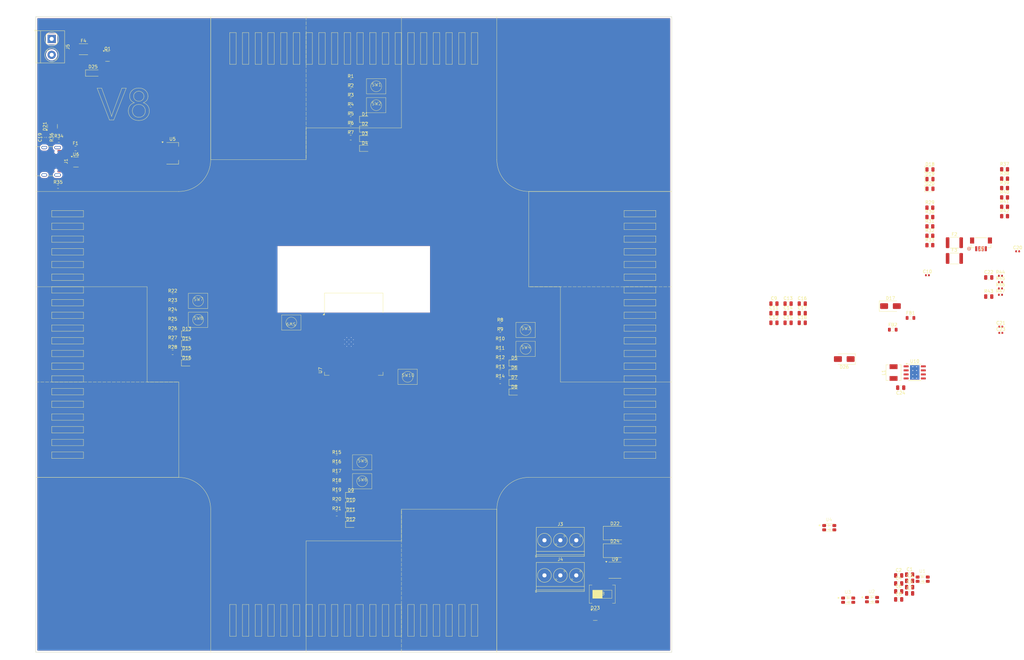
<source format=kicad_pcb>
(kicad_pcb (version 20240108) (generator "pcbnew") (generator_version "8.0")
  (layers (0 "F.Cu" signal) (31 "B.Cu" signal) (34 "B.Paste" user) (35 "F.Paste" user) (36 "B.SilkS" user "B.Silkscreen") (37 "F.SilkS" user "F.Silkscreen") (38 "B.Mask" user) (39 "F.Mask" user) (44 "Edge.Cuts" user))
  (net 0 "")
  (net 1 "+5V")
  (net 2 "GND")
  (net 5 "Net-(C1-Pad1)")
  (net 6 "Net-(C3-Pad1)")
  (net 7 "Net-(C5-Pad1)")
  (net 8 "Net-(C7-Pad1)")
  (net 9 "+3.3V")
  (net 10 "+3.3VP")
  (net 11 "/MCU/Chip_EN")
  (net 12 "VS")
  (net 13 "/MCU/Boot")
  (net 14 "Net-(D21-A1)")
  (net 15 "/MCU/Shield")
  (net 16 "Net-(U10-PH)")
  (net 17 "Net-(U10-BOOT)")
  (net 18 "Net-(U10-VIN)")
  (net 19 "/North_Street/North_Arrow")
  (net 20 "Net-(D1-A)")
  (net 21 "Net-(D2-A)")
  (net 22 "/North_Street/North_Red")
  (net 23 "/North_Street/North_Yellow")
  (net 24 "Net-(D3-A)")
  (net 25 "/North_Street/North_Green")
  (net 26 "Net-(D4-A)")
  (net 27 "/East_Street/East_Arrow")
  (net 28 "Net-(D5-A)")
  (net 29 "Net-(D6-A)")
  (net 30 "/East_Street/East_Red")
  (net 31 "Net-(D7-A)")
  (net 32 "/East_Street/East_Yellow")
  (net 33 "/East_Street/East_Green")
  (net 34 "Net-(D8-A)")
  (net 35 "Net-(D9-A)")
  (net 36 "/South_Street/South_Arrow")
  (net 37 "Net-(D10-A)")
  (net 38 "/South_Street/South_Red")
  (net 39 "/South_Street/South_Yellow")
  (net 40 "Net-(D11-A)")
  (net 41 "Net-(D12-A)")
  (net 42 "/South_Street/South_Green")
  (net 43 "/West_Street/West_Arrow")
  (net 44 "Net-(D13-A)")
  (net 45 "Net-(D14-A)")
  (net 46 "/West_Street/West_Red")
  (net 47 "/West_Street/West_Yellow")
  (net 48 "Net-(D15-A)")
  (net 49 "/West_Street/West_Green")
  (net 50 "Net-(D16-A)")
  (net 51 "+VBUS")
  (net 52 "Net-(D18-A)")
  (net 53 "Net-(D19-A)")
  (net 54 "Net-(D20-A)")
  (net 55 "/Pheripherals/RS485_D1+")
  (net 56 "/Pheripherals/RS485_D-")
  (net 57 "/Pheripherals/RS485_D+")
  (net 58 "/Pheripherals/RS485_D1-")
  (net 59 "Net-(D25-K)")
  (net 60 "Net-(F1-Pad1)")
  (net 61 "Net-(J5-Pin_1)")
  (net 62 "/MCU/USB_D+")
  (net 63 "/MCU/CC2")
  (net 64 "/MCU/USB_D-")
  (net 65 "/MCU/CC1")
  (net 66 "/Pheripherals/I2C_SDA")
  (net 67 "/Pheripherals/I2C_SCL")
  (net 68 "/Pheripherals/UART_D1-")
  (net 69 "/Pheripherals/UART_DE")
  (net 70 "/Pheripherals/UART_D1+")
  (net 71 "Net-(J5-Pin_2)")
  (net 72 "Net-(R5-Pad1)")
  (net 73 "/North_Street/North_Crosswalk")
  (net 74 "Net-(R6-Pad1)")
  (net 75 "/North_Street/North_BTN")
  (net 76 "Net-(R12-Pad1)")
  (net 77 "Net-(R13-Pad1)")
  (net 78 "/East_Street/East_Crosswalk")
  (net 79 "/East_Street/East_BTN")
  (net 80 "Net-(R19-Pad1)")
  (net 81 "Net-(R20-Pad1)")
  (net 82 "/South_Street/South_Crosswalk")
  (net 83 "/South_Street/South_BTN")
  (net 84 "Net-(R26-Pad1)")
  (net 85 "/West_Street/West_Crosswalk")
  (net 86 "Net-(R27-Pad1)")
  (net 87 "/West_Street/West_BTN")
  (net 88 "+Vin")
  (net 89 "Net-(R38-Pad2)")
  (net 90 "Net-(U10-EN)")
  (net 91 "/Powersupply/VSense")
  (net 92 "/MCU/MCU_D+")
  (net 93 "/MCU/MCU_D-")
  (net 94 "/MCU/UART_D1-")
  (net 95 "/MCU/UART_DE")
  (net 96 "/MCU/South_Red")
  (net 97 "/MCU/East_Green")
  (net 98 "/MCU/West_Green")
  (net 99 "/MCU/South_BTN")
  (net 100 "/MCU/I2C_SCL")
  (net 101 "/MCU/West_Yellow")
  (net 102 "/MCU/GPIO1")
  (net 103 "/MCU/West_Crosswalk")
  (net 104 "/MCU/North_Arrow")
  (net 105 "/MCU/West_BTN")
  (net 106 "/MCU/South_Yellow")
  (net 107 "/MCU/South_Crosswalk")
  (net 108 "/MCU/North_BTN")
  (net 109 "/MCU/GPIO18")
  (net 110 "/MCU/South_Arrow")
  (net 111 "/MCU/UART_D1+")
  (net 112 "/MCU/North_Red")
  (net 113 "/MCU/East_BTN")
  (net 114 "/MCU/East_Red")
  (net 115 "/MCU/North_Yellow")
  (net 116 "/MCU/GPIO17")
  (net 117 "/MCU/East_Crosswalk")
  (net 118 "/MCU/West_Red")
  (net 119 "/MCU/West_Arrow")
  (net 120 "/MCU/East_Yellow")
  (net 121 "/MCU/I2C_SDA")
  (net 122 "/MCU/North_Crosswalk")
  (net 123 "/MCU/South_Green")
  (net 124 "/MCU/East_Arrow")
  (net 125 "/MCU/GPIO8")
  (net 126 "/MCU/North_Green")
  (footprint "Resistor_SMD:R_0805_2012Metric" (layer "F.Cu") (at 357.045 267.825)
    (property "Reference" "R24" (at 0 -1.65 0) (layer "F.SilkS"))
    (property "Value" "1k")
    (pad "1" smd roundrect (at -0.9125 0) (size 1.025 1.4) (layers "F.Cu" "F.Paste" "F.Mask") (roundrect_rratio 0.243902) (net 9 "+3.3V"))
    (pad "2" smd roundrect (at 0.9125 0) (size 1.025 1.4) (layers "F.Cu" "F.Paste" "F.Mask") (roundrect_rratio 0.243902) (net 48 "Net-(D15-A)"))
  )
  (footprint "Diode_SMD:D_SOD-123" (layer "F.Cu") (at 332 191.75)
    (property "Reference" "D25" (at 0 -2 0) (layer "F.SilkS"))
    (property "Value" "BZT52Bxx")
    (pad "1" smd roundrect (at -1.65 0) (size 0.9 1.2) (layers "F.Cu" "F.Paste" "F.Mask") (net 59 "Net-(D25-K)"))
    (pad "2" smd roundrect (at 1.65 0) (size 0.9 1.2) (layers "F.Cu" "F.Paste" "F.Mask") (net 2 "GND"))
  )
  (footprint "Capacitor_SMD:C_0805_2012Metric" (layer "F.Cu") (at 585.36 349.86)
    (property "Reference" "C2" (at 0 -1.68 0) (layer "F.SilkS"))
    (property "Value" "1u")
    (pad "1" smd roundrect (at -0.95 0) (size 1 1.45) (layers "F.Cu" "F.Paste" "F.Mask") (net 5 "Net-(C1-Pad1)"))
    (pad "2" smd roundrect (at 0.95 0) (size 1 1.45) (layers "F.Cu" "F.Paste" "F.Mask") (net 2 "GND"))
  )
  (footprint "TerminalBlock_Phoenix:TerminalBlock_Phoenix_PT-1,5-3-5.0-H_1x03_P5.00mm_Horizontal" (layer "F.Cu") (at 473.9675 349.825)
    (property "Reference" "J4" (at 5 -5.06 0) (layer "F.SilkS"))
    (property "Value" "Screw_Terminal_01x03")
    (pad "1" thru_hole rect (at 0 0) (size 2.6 2.6) (drill 1.3) (layers "*.Cu" "*.Mask") (net 55 "/Pheripherals/RS485_D1+"))
    (pad "2" thru_hole circle (at 5 0) (size 2.6 2.6) (drill 1.3) (layers "*.Cu" "*.Mask") (net 58 "/Pheripherals/RS485_D1-"))
    (pad "3" thru_hole circle (at 10 0) (size 2.6 2.6) (drill 1.3) (layers "*.Cu" "*.Mask") (net 2 "GND"))
  )
  (footprint "Connector_USB:USB_C_Receptacle_G-Switch_GT-USB-7010ASV" (layer "F.Cu") (at 317.75 219.5 -90)
    (property "Reference" "J1" (at 0 -5.75 90) (layer "F.SilkS"))
    (property "Value" "USB_C_Receptacle_USB2.0_16P")
    (pad "" np_thru_hole circle (at -2.89 -2.605 270) (size 0.65 0.65) (drill 0.65) (layers "*.Cu" "*.Mask"))
    (pad "" np_thru_hole circle (at 2.89 -2.605 270) (size 0.65 0.65) (drill 0.65) (layers "*.Cu" "*.Mask"))
    (pad "A1" smd rect (at -3.2 -3.725 270) (size 0.6 1.24) (layers "F.Cu" "F.Paste" "F.Mask") (net 2 "GND"))
    (pad "A4" smd rect (at -2.4 -3.725 270) (size 0.6 1.24) (layers "F.Cu" "F.Paste" "F.Mask") (net 60 "Net-(F1-Pad1)"))
    (pad "A5" smd rect (at -1.25 -3.725 270) (size 0.3 1.24) (layers "F.Cu" "F.Paste" "F.Mask") (net 65 "/MCU/CC1"))
    (pad "A6" smd rect (at -0.25 -3.725 270) (size 0.3 1.24) (layers "F.Cu" "F.Paste" "F.Mask") (net 62 "/MCU/USB_D+"))
    (pad "A7" smd rect (at 0.25 -3.725 270) (size 0.3 1.24) (layers "F.Cu" "F.Paste" "F.Mask") (net 64 "/MCU/USB_D-"))
    (pad "A8" smd rect (at 1.25 -3.725 270) (size 0.3 1.24) (layers "F.Cu" "F.Paste" "F.Mask"))
    (pad "A9" smd rect (at 2.4 -3.725 270) (size 0.6 1.24) (layers "F.Cu" "F.Paste" "F.Mask") (net 60 "Net-(F1-Pad1)"))
    (pad "A12" smd rect (at 3.2 -3.725 270) (size 0.6 1.24) (layers "F.Cu" "F.Paste" "F.Mask") (net 2 "GND"))
    (pad "B1" smd rect (at 3.2 -3.725 270) (size 0.6 1.24) (layers "F.Cu" "F.Paste" "F.Mask") (net 2 "GND"))
    (pad "B4" smd rect (at 2.4 -3.725 270) (size 0.6 1.24) (layers "F.Cu" "F.Paste" "F.Mask") (net 60 "Net-(F1-Pad1)"))
    (pad "B5" smd rect (at 1.75 -3.725 270) (size 0.3 1.24) (layers "F.Cu" "F.Paste" "F.Mask") (net 63 "/MCU/CC2"))
    (pad "B6" smd rect (at 0.75 -3.725 270) (size 0.3 1.24) (layers "F.Cu" "F.Paste" "F.Mask") (net 62 "/MCU/USB_D+"))
    (pad "B7" smd rect (at -0.75 -3.725 270) (size 0.3 1.24) (layers "F.Cu" "F.Paste" "F.Mask") (net 64 "/MCU/USB_D-"))
    (pad "B8" smd rect (at -1.75 -3.725 270) (size 0.3 1.24) (layers "F.Cu" "F.Paste" "F.Mask"))
    (pad "B9" smd rect (at -2.4 -3.725 270) (size 0.6 1.24) (layers "F.Cu" "F.Paste" "F.Mask") (net 60 "Net-(F1-Pad1)"))
    (pad "B12" smd rect (at -3.2 -3.725 270) (size 0.6 1.24) (layers "F.Cu" "F.Paste" "F.Mask") (net 2 "GND"))
    (pad "S1" thru_hole oval (at -4.32 -3.125 270) (size 1 2.1) (drill oval 0.6 1.7) (layers "*.Cu" "*.Mask") (net 15 "/MCU/Shield"))
    (pad "S1" thru_hole oval (at -4.32 1.075 270) (size 1 1.8) (drill oval 0.6 1.4) (layers "*.Cu" "*.Mask") (net 15 "/MCU/Shield"))
    (pad "S1" thru_hole oval (at 4.32 -3.125 270) (size 1 2.1) (drill oval 0.6 1.7) (layers "*.Cu" "*.Mask") (net 15 "/MCU/Shield"))
    (pad "S1" thru_hole oval (at 4.32 1.075 270) (size 1 1.8) (drill oval 0.6 1.4) (layers "*.Cu" "*.Mask") (net 15 "/MCU/Shield"))
  )
  (footprint "0_SignalFlowLab:K3-2235S-K1" (layer "F.Cu") (at 491.8925 356.075)
    (property "Reference" "U8" (at 0 -0.5 0) (layer "F.SilkS") (effects (font (thickness 0.1))))
    (property "Value" "K3-2235S-K1")
    (pad "1" smd roundrect (at -2.25 2.5) (size 1.2 1.95) (layers "F.Cu" "F.Paste" "F.Mask") (net 89 "Net-(R38-Pad2)"))
    (pad "2" smd roundrect (at 0.25 2.5) (size 1.2 1.95) (layers "F.Cu" "F.Paste" "F.Mask") (net 57 "/Pheripherals/RS485_D+"))
    (pad "3" smd roundrect (at 2.75 2.5) (size 1.2 1.95) (layers "F.Cu" "F.Paste" "F.Mask"))
    (pad "4" smd roundrect (at 2.75 -3.15) (size 1.2 1.95) (layers "F.Cu" "F.Paste" "F.Mask") (net 2 "GND"))
    (pad "5" smd roundrect (at 0.25 -3.15) (size 1.2 1.95) (layers "F.Cu" "F.Paste" "F.Mask") (net 2 "GND"))
    (pad "6" smd roundrect (at -2.25 -3.15) (size 1.2 1.95) (layers "F.Cu" "F.Paste" "F.Mask") (net 2 "GND"))
  )
  (footprint "Capacitor_SMD:C_0805_2012Metric" (layer "F.Cu") (at 588.8 349.59)
    (property "Reference" "C1" (at 0 -1.68 0) (layer "F.SilkS"))
    (property "Value" "1u")
    (pad "1" smd roundrect (at -0.95 0) (size 1 1.45) (layers "F.Cu" "F.Paste" "F.Mask") (net 5 "Net-(C1-Pad1)"))
    (pad "2" smd roundrect (at 0.95 0) (size 1 1.45) (layers "F.Cu" "F.Paste" "F.Mask") (net 2 "GND"))
  )
  (footprint "Resistor_SMD:R_0805_2012Metric" (layer "F.Cu") (at 460.045 276.975)
    (property "Reference" "R10" (at 0 -1.65 0) (layer "F.SilkS"))
    (property "Value" "1k")
    (pad "1" smd roundrect (at -0.9125 0) (size 1.025 1.4) (layers "F.Cu" "F.Paste" "F.Mask") (roundrect_rratio 0.243902) (net 9 "+3.3V"))
    (pad "2" smd roundrect (at 0.9125 0) (size 1.025 1.4) (layers "F.Cu" "F.Paste" "F.Mask") (roundrect_rratio 0.243902) (net 31 "Net-(D7-A)"))
  )
  (footprint "Resistor_SMD:R_0805_2012Metric" (layer "F.Cu") (at 618.6625 224.985)
    (property "Reference" "R38" (at 0 -1.65 0) (layer "F.SilkS"))
    (property "Value" "120")
    (pad "1" smd roundrect (at -0.9125 0) (size 1.025 1.4) (layers "F.Cu" "F.Paste" "F.Mask") (roundrect_rratio 0.243902) (net 56 "/Pheripherals/RS485_D-"))
    (pad "2" smd roundrect (at 0.9125 0) (size 1.025 1.4) (layers "F.Cu" "F.Paste" "F.Mask") (roundrect_rratio 0.243902) (net 89 "Net-(R38-Pad2)"))
  )
  (footprint "Resistor_SMD:R_0805_2012Metric" (layer "F.Cu") (at 595.1625 245.905)
    (property "Reference" "R33" (at 0 -1.65 0) (layer "F.SilkS"))
    (property "Value" "1k")
    (pad "1" smd roundrect (at -0.9125 0) (size 1.025 1.4) (layers "F.Cu" "F.Paste" "F.Mask") (roundrect_rratio 0.243902) (net 9 "+3.3V"))
    (pad "2" smd roundrect (at 0.9125 0) (size 1.025 1.4) (layers "F.Cu" "F.Paste" "F.Mask") (roundrect_rratio 0.243902) (net 54 "Net-(D20-A)"))
  )
  (footprint "Resistor_SMD:R_0805_2012Metric" (layer "F.Cu") (at 408.645 327.475)
    (property "Reference" "R20" (at 0 -1.65 0) (layer "F.SilkS"))
    (property "Value" "1k")
    (pad "1" smd roundrect (at -0.9125 0) (size 1.025 1.4) (layers "F.Cu" "F.Paste" "F.Mask") (roundrect_rratio 0.243902) (net 81 "Net-(R20-Pad1)"))
    (pad "2" smd roundrect (at 0.9125 0) (size 1.025 1.4) (layers "F.Cu" "F.Paste" "F.Mask") (roundrect_rratio 0.243902) (net 82 "/South_Street/South_Crosswalk"))
  )
  (footprint "Resistor_SMD:R_0805_2012Metric" (layer "F.Cu") (at 413.045 206.175)
    (property "Reference" "R5" (at 0 -1.65 0) (layer "F.SilkS"))
    (property "Value" "1k")
    (pad "1" smd roundrect (at -0.9125 0) (size 1.025 1.4) (layers "F.Cu" "F.Paste" "F.Mask") (roundrect_rratio 0.243902) (net 72 "Net-(R5-Pad1)"))
    (pad "2" smd roundrect (at 0.9125 0) (size 1.025 1.4) (layers "F.Cu" "F.Paste" "F.Mask") (roundrect_rratio 0.243902) (net 9 "+3.3V"))
  )
  (footprint "Resistor_SMD:R_0805_2012Metric" (layer "F.Cu") (at 618.6625 222.035)
    (property "Reference" "R37" (at 0 -1.65 0) (layer "F.SilkS"))
    (property "Value" "10k")
    (pad "1" smd roundrect (at -0.9125 0) (size 1.025 1.4) (layers "F.Cu" "F.Paste" "F.Mask") (roundrect_rratio 0.243902) (net 9 "+3.3V"))
    (pad "2" smd roundrect (at 0.9125 0) (size 1.025 1.4) (layers "F.Cu" "F.Paste" "F.Mask") (roundrect_rratio 0.243902) (net 66 "/Pheripherals/I2C_SDA"))
  )
  (footprint "Resistor_SMD:R_0402_1005Metric" (layer "F.Cu") (at 617.3625 255.555)
    (property "Reference" "R44" (at 0 -1.17 0) (layer "F.SilkS"))
    (property "Value" "100k")
    (pad "1" smd roundrect (at -0.51 0) (size 0.54 0.64) (layers "F.Cu" "F.Paste" "F.Mask") (net 18 "Net-(U10-VIN)"))
    (pad "2" smd roundrect (at 0.51 0) (size 0.54 0.64) (layers "F.Cu" "F.Paste" "F.Mask") (net 90 "Net-(U10-EN)"))
  )
  (footprint "Diode_SMD:D_SMB" (layer "F.Cu") (at 496.1225 342.075)
    (property "Reference" "D24" (at 0 -3 0) (layer "F.SilkS"))
    (property "Value" "P6SMB6.8CA/TR13")
    (pad "1" smd roundrect (at -2.15 0) (size 2.5 2.3) (layers "F.Cu" "F.Paste" "F.Mask") (roundrect_rratio 0.1086956522) (net 2 "GND"))
    (pad "2" smd roundrect (at 2.15 0) (size 2.5 2.3) (layers "F.Cu" "F.Paste" "F.Mask") (roundrect_rratio 0.1086956522) (net 58 "/Pheripherals/RS485_D1-"))
  )
  (footprint "Capacitor_SMD:C_0805_2012Metric" (layer "F.Cu") (at 586 290.75 180)
    (property "Reference" "C24" (at 0 -1.68 360) (layer "F.SilkS"))
    (property "Value" "22uF")
    (pad "1" smd roundrect (at -0.95 0 180) (size 1 1.45) (layers "F.Cu" "F.Paste" "F.Mask") (net 2 "GND"))
    (pad "2" smd roundrect (at 0.95 0 180) (size 1 1.45) (layers "F.Cu" "F.Paste" "F.Mask") (net 12 "VS"))
  )
  (footprint "LED_SMD:LED_0805_2012Metric" (layer "F.Cu") (at 413.095 333.79)
    (property "Reference" "D12" (at 0 -1.65 0) (layer "F.SilkS"))
    (property "Value" "Grün")
    (pad "1" smd roundrect (at -0.9375 0) (size 0.975 1.4) (layers "F.Cu" "F.Paste" "F.Mask") (net 42 "/South_Street/South_Green"))
    (pad "2" smd roundrect (at 0.9375 0) (size 0.975 1.4) (layers "F.Cu" "F.Paste" "F.Mask") (net 41 "Net-(D12-A)"))
  )
  (footprint "Package_TO_SOT_SMD:SOT-23" (layer "F.Cu") (at 319.25 208.5 90)
    (property "Reference" "D21" (at 0 -2.4 90) (layer "F.SilkS"))
    (property "Value" "SM712_SOT23")
    (pad "1" smd roundrect (at -0.9375 -0.95 90) (size 1.475 0.6) (layers "F.Cu" "F.Paste" "F.Mask") (net 14 "Net-(D21-A1)"))
    (pad "2" smd roundrect (at -0.9375 0.95 90) (size 1.475 0.6) (layers "F.Cu" "F.Paste" "F.Mask") (net 51 "+VBUS"))
    (pad "3" smd roundrect (at 0.9375 0 90) (size 1.475 0.6) (layers "F.Cu" "F.Paste" "F.Mask") (net 2 "GND"))
  )
  (footprint "Package_TO_SOT_SMD:SOT-23" (layer "F.Cu") (at 489.9375 362.45)
    (property "Reference" "D23" (at 0 -2.4 0) (layer "F.SilkS"))
    (property "Value" "SM712_SOT23")
    (pad "1" smd roundrect (at -0.9375 -0.95) (size 1.475 0.6) (layers "F.Cu" "F.Paste" "F.Mask") (net 56 "/Pheripherals/RS485_D-"))
    (pad "2" smd roundrect (at -0.9375 0.95) (size 1.475 0.6) (layers "F.Cu" "F.Paste" "F.Mask") (net 57 "/Pheripherals/RS485_D+"))
    (pad "3" smd roundrect (at 0.9375 0) (size 1.475 0.6) (layers "F.Cu" "F.Paste" "F.Mask") (net 2 "GND"))
  )
  (footprint "Capacitor_SMD:C_0805_2012Metric" (layer "F.Cu") (at 588.8 351.56)
    (property "Reference" "C3" (at 0 -1.68 0) (layer "F.SilkS"))
    (property "Value" "1u")
    (pad "1" smd roundrect (at -0.95 0) (size 1 1.45) (layers "F.Cu" "F.Paste" "F.Mask") (net 6 "Net-(C3-Pad1)"))
    (pad "2" smd roundrect (at 0.95 0) (size 1 1.45) (layers "F.Cu" "F.Paste" "F.Mask") (net 2 "GND"))
  )
  (footprint "Diode_SMD:D_SMA" (layer "F.Cu") (at 568.25 281.75 180)
    (property "Reference" "D26" (at 0 -2.5 360) (layer "F.SilkS"))
    (property "Value" "SS34")
    (pad "1" smd roundrect (at -2 0 180) (size 2.5 1.8) (layers "F.Cu" "F.Paste" "F.Mask") (roundrect_rratio 0.1388888889) (net 12 "VS"))
    (pad "2" smd roundrect (at 2 0 180) (size 2.5 1.8) (layers "F.Cu" "F.Paste" "F.Mask") (roundrect_rratio 0.1388888889) (net 2 "GND"))
  )
  (footprint "LED_SMD:LED_0805_2012Metric" (layer "F.Cu") (at 413.095 324.67)
    (property "Reference" "D9" (at 0 -1.65 0) (layer "F.SilkS"))
    (property "Value" "Grünpfeil")
    (pad "1" smd roundrect (at -0.9375 0) (size 0.975 1.4) (layers "F.Cu" "F.Paste" "F.Mask") (net 36 "/South_Street/South_Arrow"))
    (pad "2" smd roundrect (at 0.9375 0) (size 0.975 1.4) (layers "F.Cu" "F.Paste" "F.Mask") (net 35 "Net-(D9-A)"))
  )
  (footprint "Capacitor_SMD:C_0805_2012Metric" (layer "F.Cu") (at 550.5825 264.315)
    (property "Reference" "C13" (at 0 -1.68 0) (layer "F.SilkS"))
    (property "Value" "10uF")
    (pad "1" smd roundrect (at -0.95 0) (size 1 1.45) (layers "F.Cu" "F.Paste" "F.Mask") (net 2 "GND"))
    (pad "2" smd roundrect (at 0.95 0) (size 1 1.45) (layers "F.Cu" "F.Paste" "F.Mask") (net 10 "+3.3VP"))
  )
  (footprint "Resistor_SMD:R_0805_2012Metric" (layer "F.Cu") (at 413.045 212.075)
    (property "Reference" "R7" (at 0 -1.65 0) (layer "F.SilkS"))
    (property "Value" "10k")
    (pad "1" smd roundrect (at -0.9125 0) (size 1.025 1.4) (layers "F.Cu" "F.Paste" "F.Mask") (roundrect_rratio 0.243902) (net 75 "/North_Street/North_BTN"))
    (pad "2" smd roundrect (at 0.9125 0) (size 1.025 1.4) (layers "F.Cu" "F.Paste" "F.Mask") (roundrect_rratio 0.243902) (net 5 "Net-(C1-Pad1)"))
  )
  (footprint "Resistor_SMD:R_0805_2012Metric" (layer "F.Cu") (at 408.645 324.525)
    (property "Reference" "R19" (at 0 -1.65 0) (layer "F.SilkS"))
    (property "Value" "1k")
    (pad "1" smd roundrect (at -0.9125 0) (size 1.025 1.4) (layers "F.Cu" "F.Paste" "F.Mask") (roundrect_rratio 0.243902) (net 80 "Net-(R19-Pad1)"))
    (pad "2" smd roundrect (at 0.9125 0) (size 1.025 1.4) (layers "F.Cu" "F.Paste" "F.Mask") (roundrect_rratio 0.243902) (net 9 "+3.3V"))
  )
  (footprint "Capacitor_SMD:C_0805_2012Metric" (layer "F.Cu") (at 585.36 354.88)
    (property "Reference" "C6" (at 0 -1.68 0) (layer "F.SilkS"))
    (property "Value" "1u")
    (pad "1" smd roundrect (at -0.95 0) (size 1 1.45) (layers "F.Cu" "F.Paste" "F.Mask") (net 7 "Net-(C5-Pad1)"))
    (pad "2" smd roundrect (at 0.95 0) (size 1 1.45) (layers "F.Cu" "F.Paste" "F.Mask") (net 2 "GND"))
  )
  (footprint "Capacitor_SMD:C_0805_2012Metric" (layer "F.Cu") (at 550.5825 270.335)
    (property "Reference" "C15" (at 0 -1.68 0) (layer "F.SilkS"))
    (property "Value" "1u")
    (pad "1" smd roundrect (at -0.95 0) (size 1 1.45) (layers "F.Cu" "F.Paste" "F.Mask") (net 11 "/MCU/Chip_EN"))
    (pad "2" smd roundrect (at 0.95 0) (size 1 1.45) (layers "F.Cu" "F.Paste" "F.Mask") (net 2 "GND"))
  )
  (footprint "Resistor_SMD:R_0805_2012Metric" (layer "F.Cu") (at 413.045 197.325)
    (property "Reference" "R2" (at 0 -1.65 0) (layer "F.SilkS"))
    (property "Value" "1k")
    (pad "1" smd roundrect (at -0.9125 0) (size 1.025 1.4) (layers "F.Cu" "F.Paste" "F.Mask") (roundrect_rratio 0.243902) (net 9 "+3.3V"))
    (pad "2" smd roundrect (at 0.9125 0) (size 1.025 1.4) (layers "F.Cu" "F.Paste" "F.Mask") (roundrect_rratio 0.243902) (net 21 "Net-(D2-A)"))
  )
  (footprint "LED_SMD:LED_0805_2012Metric" (layer "F.Cu") (at 413.095 327.71)
    (property "Reference" "D10" (at 0 -1.65 0) (layer "F.SilkS"))
    (property "Value" "Rot")
    (pad "1" smd roundrect (at -0.9375 0) (size 0.975 1.4) (layers "F.Cu" "F.Paste" "F.Mask") (net 38 "/South_Street/South_Red"))
    (pad "2" smd roundrect (at 0.9375 0) (size 0.975 1.4) (layers "F.Cu" "F.Paste" "F.Mask") (net 37 "Net-(D10-A)"))
  )
  (footprint "Inductor_SMD:L_0805_2012Metric" (layer "F.Cu") (at 583.5 272.5)
    (property "Reference" "FB2" (at 0 -1.55 0) (layer "F.SilkS"))
    (property "Value" "600Ω@100MHz")
    (pad "1" smd roundrect (at -1.0625 0) (size 0.875 1.2) (layers "F.Cu" "F.Paste" "F.Mask") (net 12 "VS"))
    (pad "2" smd roundrect (at 1.0625 0) (size 0.875 1.2) (layers "F.Cu" "F.Paste" "F.Mask") (net 1 "+5V"))
  )
  (footprint "LED_SMD:LED_0805_2012Metric" (layer "F.Cu") (at 595.2025 222.08)
    (property "Reference" "D18" (at 0 -1.65 0) (layer "F.SilkS"))
    (property "Value" "Rot")
    (pad "1" smd roundrect (at -0.9375 0) (size 0.975 1.4) (layers "F.Cu" "F.Paste" "F.Mask") (net 2 "GND"))
    (pad "2" smd roundrect (at 0.9375 0) (size 0.975 1.4) (layers "F.Cu" "F.Paste" "F.Mask") (net 52 "Net-(D18-A)"))
  )
  (footprint "Capacitor_SMD:C_0805_2012Metric" (layer "F.Cu") (at 550.5825 267.325)
    (property "Reference" "C14" (at 0 -1.68 0) (layer "F.SilkS"))
    (property "Value" "10uF")
    (pad "1" smd roundrect (at -0.95 0) (size 1 1.45) (layers "F.Cu" "F.Paste" "F.Mask") (net 2 "GND"))
    (pad "2" smd roundrect (at 0.95 0) (size 1 1.45) (layers "F.Cu" "F.Paste" "F.Mask") (net 9 "+3.3V"))
  )
  (footprint "Resistor_SMD:R_0805_2012Metric" (layer "F.Cu") (at 357.045 273.725)
    (property "Reference" "R26" (at 0 -1.65 0) (layer "F.SilkS"))
    (property "Value" "1k")
    (pad "1" smd roundrect (at -0.9125 0) (size 1.025 1.4) (layers "F.Cu" "F.Paste" "F.Mask") (roundrect_rratio 0.243902) (net 84 "Net-(R26-Pad1)"))
    (pad "2" smd roundrect (at 0.9125 0) (size 1.025 1.4) (layers "F.Cu" "F.Paste" "F.Mask") (roundrect_rratio 0.243902) (net 9 "+3.3V"))
  )
  (footprint "Fuse:Fuse_1812_4532Metric" (layer "F.Cu") (at 329 184.25)
    (property "Reference" "F4" (at 0 -2.65 0) (layer "F.SilkS"))
    (property "Value" "30V 300mA")
    (pad "1" smd roundrect (at -2.1375 0) (size 1.125 3.4) (layers "F.Cu" "F.Paste" "F.Mask") (roundrect_rratio 0.222222) (net 61 "Net-(J5-Pin_1)"))
    (pad "2" smd roundrect (at 2.1375 0) (size 1.125 3.4) (layers "F.Cu" "F.Paste" "F.Mask") (roundrect_rratio 0.222222) (net 18 "Net-(U10-VIN)"))
  )
  (footprint "0_SignalFlowLab:A-SC6302R6AGHC-A03-2T" (layer "F.Cu") (at 576.88 357.43)
    (property "Reference" "U2" (at 0 -2.5 0) (layer "F.SilkS") (effects (font (thickness 0.1))))
    (property "Value" "Red, Green")
    (pad "1" smd roundrect (at -1.5 -0.65) (size 1.2 0.95) (layers "F.Cu" "F.Paste" "F.Mask") (net 76 "Net-(R12-Pad1)"))
    (pad "2" smd roundrect (at -1.5 0.7) (size 1.2 0.95) (layers "F.Cu" "F.Paste" "F.Mask") (net 2 "GND"))
    (pad "3" smd roundrect (at 1.7 0.7) (size 1.2 0.95) (layers "F.Cu" "F.Paste" "F.Mask") (net 77 "Net-(R13-Pad1)"))
    (pad "4" smd roundrect (at 1.7 -0.65) (size 1.2 0.95) (layers "F.Cu" "F.Paste" "F.Mask") (net 78 "/East_Street/East_Crosswalk"))
  )
  (footprint "LED_SMD:LED_0805_2012Metric" (layer "F.Cu") (at 361.495 276.91)
    (property "Reference" "D14" (at 0 -1.65 0) (layer "F.SilkS"))
    (property "Value" "Rot")
    (pad "1" smd roundrect (at -0.9375 0) (size 0.975 1.4) (layers "F.Cu" "F.Paste" "F.Mask") (net 46 "/West_Street/West_Red"))
    (pad "2" smd roundrect (at 0.9375 0) (size 0.975 1.4) (layers "F.Cu" "F.Paste" "F.Mask") (net 45 "Net-(D14-A)"))
  )
  (footprint "Resistor_SMD:R_0805_2012Metric" (layer "F.Cu") (at 460.045 288.775)
    (property "Reference" "R14" (at 0 -1.65 0) (layer "F.SilkS"))
    (property "Value" "10k")
    (pad "1" smd roundrect (at -0.9125 0) (size 1.025 1.4) (layers "F.Cu" "F.Paste" "F.Mask") (roundrect_rratio 0.243902) (net 79 "/East_Street/East_BTN"))
    (pad "2" smd roundrect (at 0.9125 0) (size 1.025 1.4) (layers "F.Cu" "F.Paste" "F.Mask") (roundrect_rratio 0.243902) (net 6 "Net-(C3-Pad1)"))
  )
  (footprint "Resistor_SMD:R_0805_2012Metric" (layer "F.Cu") (at 413.045 203.225)
    (property "Reference" "R4" (at 0 -1.65 0) (layer "F.SilkS"))
    (property "Value" "1k")
    (pad "1" smd roundrect (at -0.9125 0) (size 1.025 1.4) (layers "F.Cu" "F.Paste" "F.Mask") (roundrect_rratio 0.243902) (net 9 "+3.3V"))
    (pad "2" smd roundrect (at 0.9125 0) (size 1.025 1.4) (layers "F.Cu" "F.Paste" "F.Mask") (roundrect_rratio 0.243902) (net 26 "Net-(D4-A)"))
  )
  (footprint "0_SignalFlowLab:A-SC6302R6AGHC-A03-2T" (layer "F.Cu") (at 569.38 357.605)
    (property "Reference" "U3" (at 0 -2.5 0) (layer "F.SilkS") (effects (font (thickness 0.1))))
    (property "Value" "Red, Green")
    (pad "1" smd roundrect (at -1.5 -0.65) (size 1.2 0.95) (layers "F.Cu" "F.Paste" "F.Mask") (net 80 "Net-(R19-Pad1)"))
    (pad "2" smd roundrect (at -1.5 0.7) (size 1.2 0.95) (layers "F.Cu" "F.Paste" "F.Mask") (net 2 "GND"))
    (pad "3" smd roundrect (at 1.7 0.7) (size 1.2 0.95) (layers "F.Cu" "F.Paste" "F.Mask") (net 81 "Net-(R20-Pad1)"))
    (pad "4" smd roundrect (at 1.7 -0.65) (size 1.2 0.95) (layers "F.Cu" "F.Paste" "F.Mask") (net 82 "/South_Street/South_Crosswalk"))
  )
  (footprint "Resistor_SMD:R_0805_2012Metric" (layer "F.Cu") (at 357.045 276.675)
    (property "Reference" "R27" (at 0 -1.65 0) (layer "F.SilkS"))
    (property "Value" "1k")
    (pad "1" smd roundrect (at -0.9125 0) (size 1.025 1.4) (layers "F.Cu" "F.Paste" "F.Mask") (roundrect_rratio 0.243902) (net 86 "Net-(R27-Pad1)"))
    (pad "2" smd roundrect (at 0.9125 0) (size 1.025 1.4) (layers "F.Cu" "F.Paste" "F.Mask") (roundrect_rratio 0.243902) (net 85 "/West_Street/West_Crosswalk"))
  )
  (footprint "Resistor_SMD:R_0805_2012Metric" (layer "F.Cu") (at 595.1625 240.005)
    (property "Reference" "R31" (at 0 -1.65 0) (layer "F.SilkS"))
    (property "Value" "10k")
    (pad "1" smd roundrect (at -0.9125 0) (size 1.025 1.4) (layers "F.Cu" "F.Paste" "F.Mask") (roundrect_rratio 0.243902) (net 9 "+3.3V"))
    (pad "2" smd roundrect (at 0.9125 0) (size 1.025 1.4) (layers "F.Cu" "F.Paste" "F.Mask") (roundrect_rratio 0.243902) (net 13 "/MCU/Boot"))
  )
  (footprint "0_SignalFlowLab:K2-6639SP-C4SC-04" (layer "F.Cu") (at 468.15 278.55)
    (property "Reference" "SW4" (at 0 -0.5 0) (layer "F.SilkS") (effects (font (thickness 0.1))))
    (property "Value" "~")
    (pad "1" smd roundrect (at -4.4 -1.9) (size 2 1) (layers "F.Cu" "F.Paste" "F.Mask") (net 6 "Net-(C3-Pad1)"))
    (pad "2" smd roundrect (at 4.2 -2) (size 2 1) (layers "F.Cu" "F.Paste" "F.Mask") (net 6 "Net-(C3-Pad1)"))
    (pad "3" smd roundrect (at 4.2 1.9) (size 2 1) (layers "F.Cu" "F.Paste" "F.Mask") (net 2 "GND"))
    (pad "4" smd roundrect (at -4.4 1.9) (size 2 1) (layers "F.Cu" "F.Paste" "F.Mask") (net 2 "GND"))
  )
  (footprint "0_SignalFlowLab:K2-6639SP-C4SC-04" (layer "F.Cu") (at 416.75 314.25)
    (property "Reference" "SW5" (at 0 -0.5 0) (layer "F.SilkS") (effects (font (thickness 0.1))))
    (property "Value" "~")
    (pad "1" smd roundrect (at -4.4 -1.9) (size 2 1) (layers "F.Cu" "F.Paste" "F.Mask") (net 7 "Net-(C5-Pad1)"))
    (pad "2" smd roundrect (at 4.2 -2) (size 2 1) (layers "F.Cu" "F.Paste" "F.Mask") (net 7 "Net-(C5-Pad1)"))
    (pad "3" smd roundrect (at 4.2 1.9) (size 2 1) (layers "F.Cu" "F.Paste" "F.Mask") (net 2 "GND"))
    (pad "4" smd roundrect (at -4.4 1.9) (size 2 1) (layers "F.Cu" "F.Paste" "F.Mask") (net 2 "GND"))
  )
  (footprint "Capacitor_SMD:C_0805_2012Metric" (layer "F.Cu") (at 613.6825 262.085)
    (property "Reference" "R43" (at 0 -1.68 0) (layer "F.SilkS"))
    (property "Value" "100k")
    (pad "1" smd roundrect (at -0.95 0) (size 1 1.45) (layers "F.Cu" "F.Paste" "F.Mask") (net 18 "Net-(U10-VIN)"))
    (pad "2" smd roundrect (at 0.95 0) (size 1 1.45) (layers "F.Cu" "F.Paste" "F.Mask") (net 59 "Net-(D25-K)"))
  )
  (footprint "LED_SMD:LED_0805_2012Metric" (layer "F.Cu") (at 361.495 279.95)
    (property "Reference" "D15" (at 0 -1.65 0) (layer "F.SilkS"))
    (property "Value" "Gelb")
    (pad "1" smd roundrect (at -0.9375 0) (size 0.975 1.4) (layers "F.Cu" "F.Paste" "F.Mask") (net 47 "/West_Street/West_Yellow"))
    (pad "2" smd roundrect (at 0.9375 0) (size 0.975 1.4) (layers "F.Cu" "F.Paste" "F.Mask") (net 48 "Net-(D15-A)"))
  )
  (footprint "LED_SMD:LED_0805_2012Metric" (layer "F.Cu") (at 361.495 273.87)
    (property "Reference" "D13" (at 0 -1.65 0) (layer "F.SilkS"))
    (property "Value" "Grünpfeil")
    (pad "1" smd roundrect (at -0.9375 0) (size 0.975 1.4) (layers "F.Cu" "F.Paste" "F.Mask") (net 43 "/West_Street/West_Arrow"))
    (pad "2" smd roundrect (at 0.9375 0) (size 0.975 1.4) (layers "F.Cu" "F.Paste" "F.Mask") (net 44 "Net-(D13-A)"))
  )
  (footprint "LED_SMD:LED_0805_2012Metric" (layer "F.Cu") (at 464.495 286.06)
    (property "Reference" "D6" (at 0 -1.65 0) (layer "F.SilkS"))
    (property "Value" "Rot")
    (pad "1" smd roundrect (at -0.9375 0) (size 0.975 1.4) (layers "F.Cu" "F.Paste" "F.Mask") (net 30 "/East_Street/East_Red"))
    (pad "2" smd roundrect (at 0.9375 0) (size 0.975 1.4) (layers "F.Cu" "F.Paste" "F.Mask") (net 29 "Net-(D6-A)"))
  )
  (footprint "TerminalBlock_Phoenix:TerminalBlock_Phoenix_PT-1,5-2-5.0-H_1x02_P5.00mm_Horizontal" (layer "F.Cu") (at 319 181 -90)
    (property "Reference" "J5" (at 2.5 -5.06 90) (layer "F.SilkS"))
    (property "Value" "WJ127-5.0-2P")
    (pad "1" thru_hole rect (at 0 0 270) (size 2.6 2.6) (drill 1.3) (layers "*.Cu" "*.Mask") (net 61 "Net-(J5-Pin_1)"))
    (pad "2" thru_hole circle (at 5 0 270) (size 2.6 2.6) (drill 1.3) (layers "*.Cu" "*.Mask") (net 71 "Net-(J5-Pin_2)"))
  )
  (footprint "Package_TO_SOT_SMD:SOT-223-3_TabPin2" (layer "F.Cu") (at 357 217)
    (property "Reference" "U5" (at 0 -4.5 0) (layer "F.SilkS"))
    (property "Value" "AMS1117-3.3")
    (pad "1" smd roundrect (at -3.15 -2.3) (size 2 1.5) (layers "F.Cu" "F.Paste" "F.Mask") (net 2 "GND"))
    (pad "2" smd roundrect (at -3.15 0) (size 2 1.5) (layers "F.Cu" "F.Paste" "F.Mask") (net 10 "+3.3VP"))
    (pad "2" smd roundrect (at 3.15 0) (size 2 3.8) (layers "F.Cu" "F.Paste" "F.Mask") (net 10 "+3.3VP"))
    (pad "3" smd roundrect (at -3.15 2.3) (size 2 1.5) (layers "F.Cu" "F.Paste" "F.Mask") (net 1 "+5V"))
  )
  (footprint "0_SignalFlowLab:K2-6639SP-C4SC-04" (layer "F.Cu") (at 431.05 287.35)
    (property "Reference" "SW10" (at 0 -0.5 0) (layer "F.SilkS") (effects (font (thickness 0.1))))
    (property "Value" "~")
    (pad "1" smd roundrect (at -4.4 -1.9) (size 2 1) (layers "F.Cu" "F.Paste" "F.Mask") (net 13 "/MCU/Boot"))
    (pad "2" smd roundrect (at 4.2 -2) (size 2 1) (layers "F.Cu" "F.Paste" "F.Mask") (net 13 "/MCU/Boot"))
    (pad "3" smd roundrect (at 4.2 1.9) (size 2 1) (layers "F.Cu" "F.Paste" "F.Mask") (net 2 "GND"))
    (pad "4" smd roundrect (at -4.4 1.9) (size 2 1) (layers "F.Cu" "F.Paste" "F.Mask") (net 2 "GND"))
  )
  (footprint "Capacitor_SMD:C_0402_1005Metric" (layer "F.Cu") (at 316.5 212 90)
    (property "Reference" "C19" (at 0 -1.16 90) (layer "F.SilkS"))
    (property "Value" "100n")
    (pad "1" smd roundrect (at -0.48 0 90) (size 0.56 0.62) (layers "F.Cu" "F.Paste" "F.Mask") (net 15 "/MCU/Shield"))
    (pad "2" smd roundrect (at 0.48 0 90) (size 0.56 0.62) (layers "F.Cu" "F.Paste" "F.Mask") (net 14 "Net-(D21-A1)"))
  )
  (footprint "LED_SMD:LED_0805_2012Metric" (layer "F.Cu") (at 417.495 206.32)
    (property "Reference" "D1" (at 0 -1.65 0) (layer "F.SilkS"))
    (property "Value" "Grünpfeil")
    (pad "1" smd roundrect (at -0.9375 0) (size 0.975 1.4) (layers "F.Cu" "F.Paste" "F.Mask") (net 19 "/North_Street/North_Arrow"))
    (pad "2" smd roundrect (at 0.9375 0) (size 0.975 1.4) (layers "F.Cu" "F.Paste" "F.Mask") (net 20 "Net-(D1-A)"))
  )
  (footprint "Capacitor_SMD:C_0805_2012Metric" (layer "F.Cu") (at 585.36 357.39)
    (property "Reference" "C8" (at 0 -1.68 0) (layer "F.SilkS"))
    (property "Value" "1u")
    (pad "1" smd roundrect (at -0.95 0) (size 1 1.45) (layers "F.Cu" "F.Paste" "F.Mask") (net 8 "Net-(C7-Pad1)"))
    (pad "2" smd roundrect (at 0.95 0) (size 1 1.45) (layers "F.Cu" "F.Paste" "F.Mask") (net 2 "GND"))
  )
  (footprint "Package_TO_SOT_SMD:SOT-23" (layer "F.Cu") (at 336.5625 186.5)
    (property "Reference" "Q1" (at 0 -2.4 0) (layer "F.SilkS"))
    (property "Value" "AO3400A")
    (pad "1" smd roundrect (at -0.9375 -0.95) (size 1.475 0.6) (layers "F.Cu" "F.Paste" "F.Mask") (net 59 "Net-(D25-K)"))
    (pad "2" smd roundrect (at -0.9375 0.95) (size 1.475 0.6) (layers "F.Cu" "F.Paste" "F.Mask") (net 2 "GND"))
    (pad "3" smd roundrect (at 0.9375 0) (size 1.475 0.6) (layers "F.Cu" "F.Paste" "F.Mask") (net 71 "Net-(J5-Pin_2)"))
  )
  (footprint "Resistor_SMD:R_0805_2012Metric" (layer "F.Cu") (at 413.045 194.375)
    (property "Reference" "R1" (at 0 -1.65 0) (layer "F.SilkS"))
    (property "Value" "1k")
    (pad "1" smd roundrect (at -0.9125 0) (size 1.025 1.4) (layers "F.Cu" "F.Paste" "F.Mask") (roundrect_rratio 0.243902) (net 9 "+3.3V"))
    (pad "2" smd roundrect (at 0.9125 0) (size 1.025 1.4) (layers "F.Cu" "F.Paste" "F.Mask") (roundrect_rratio 0.243902) (net 20 "Net-(D1-A)"))
  )
  (footprint "Capacitor_SMD:C_0402_1005Metric" (layer "F.Cu") (at 594.3925 255.375)
    (property "Reference" "C10" (at 0 -1.16 0) (layer "F.SilkS"))
    (property "Value" "100n")
    (pad "1" smd roundrect (at -0.48 0) (size 0.56 0.62) (layers "F.Cu" "F.Paste" "F.Mask") (net 9 "+3.3V"))
    (pad "2" smd roundrect (at 0.48 0) (size 0.56 0.62) (layers "F.Cu" "F.Paste" "F.Mask") (net 2 "GND"))
  )
  (footprint "Resistor_SMD:R_0805_2012Metric" (layer "F.Cu") (at 408.645 312.725)
    (property "Reference" "R15" (at 0 -1.65 0) (layer "F.SilkS"))
    (property "Value" "1k")
    (pad "1" smd roundrect (at -0.9125 0) (size 1.025 1.4) (layers "F.Cu" "F.Paste" "F.Mask") (roundrect_rratio 0.243902) (net 9 "+3.3V"))
    (pad "2" smd roundrect (at 0.9125 0) (size 1.025 1.4) (layers "F.Cu" "F.Paste" "F.Mask") (roundrect_rratio 0.243902) (net 35 "Net-(D9-A)"))
  )
  (footprint "0_SignalFlowLab:K2-6639SP-C4SC-04" (layer "F.Cu") (at 365.15 269.4)
    (property "Reference" "SW8" (at 0 -0.5 0) (layer "F.SilkS") (effects (font (thickness 0.1))))
    (property "Value" "~")
    (pad "1" smd roundrect (at -4.4 -1.9) (size 2 1) (layers "F.Cu" "F.Paste" "F.Mask") (net 8 "Net-(C7-Pad1)"))
    (pad "2" smd roundrect (at 4.2 -2) (size 2 1) (layers "F.Cu" "F.Paste" "F.Mask") (net 8 "Net-(C7-Pad1)"))
    (pad "3" smd roundrect (at 4.2 1.9) (size 2 1) (layers "F.Cu" "F.Paste" "F.Mask") (net 2 "GND"))
    (pad "4" smd roundrect (at -4.4 1.9) (size 2 1) (layers "F.Cu" "F.Paste" "F.Mask") (net 2 "GND"))
  )
  (footprint "Diode_SMD:D_SMB" (layer "F.Cu") (at 496.1225 336.525)
    (property "Reference" "D22" (at 0 -3 0) (layer "F.SilkS"))
    (property "Value" "P6SMB6.8CA/TR13")
    (pad "1" smd roundrect (at -2.15 0) (size 2.5 2.3) (layers "F.Cu" "F.Paste" "F.Mask") (roundrect_rratio 0.1086956522) (net 2 "GND"))
    (pad "2" smd roundrect (at 2.15 0) (size 2.5 2.3) (layers "F.Cu" "F.Paste" "F.Mask") (roundrect_rratio 0.1086956522) (net 55 "/Pheripherals/RS485_D1+"))
  )
  (footprint "Resistor_SMD:R_0402_1005Metric" (layer "F.Cu") (at 617.3625 259.535)
    (property "Reference" "R46" (at 0 -1.17 0) (layer "F.SilkS"))
    (property "Value" "22k")
    (pad "1" smd roundrect (at -0.51 0) (size 0.54 0.64) (layers "F.Cu" "F.Paste" "F.Mask") (net 90 "Net-(U10-EN)"))
    (pad "2" smd roundrect (at 0.51 0) (size 0.54 0.64) (layers "F.Cu" "F.Paste" "F.Mask") (net 2 "GND"))
  )
  (footprint "Resistor_SMD:R_0805_2012Metric" (layer "F.Cu") (at 618.6625 227.935)
    (property "Reference" "R39" (at 0 -1.65 0) (layer "F.SilkS"))
    (property "Value" "10k")
    (pad "1" smd roundrect (at -0.9125 0) (size 1.025 1.4) (layers "F.Cu" "F.Paste" "F.Mask") (roundrect_rratio 0.243902) (net 9 "+3.3V"))
    (pad "2" smd roundrect (at 0.9125 0) (size 1.025 1.4) (layers "F.Cu" "F.Paste" "F.Mask") (roundrect_rratio 0.243902) (net 67 "/Pheripherals/I2C_SCL"))
  )
  (footprint "Resistor_SMD:R_0805_2012Metric" (layer "F.Cu") (at 413.045 200.275)
    (property "Reference" "R3" (at 0 -1.65 0) (layer "F.SilkS"))
    (property "Value" "1k")
    (pad "1" smd roundrect (at -0.9125 0) (size 1.025 1.4) (layers "F.Cu" "F.Paste" "F.Mask") (roundrect_rratio 0.243902) (net 9 "+3.3V"))
    (pad "2" smd roundrect (at 0.9125 0) (size 1.025 1.4) (layers "F.Cu" "F.Paste" "F.Mask") (roundrect_rratio 0.243902) (net 24 "Net-(D3-A)"))
  )
  (footprint "0_SignalFlowLab:K2-6639SP-C4SC-04" (layer "F.Cu") (at 416.75 320.2)
    (property "Reference" "SW6" (at 0 -0.5 0) (layer "F.SilkS") (effects (font (thickness 0.1))))
    (property "Value" "~")
    (pad "1" smd roundrect (at -4.4 -1.9) (size 2 1) (layers "F.Cu" "F.Paste" "F.Mask") (net 7 "Net-(C5-Pad1)"))
    (pad "2" smd roundrect (at 4.2 -2) (size 2 1) (layers "F.Cu" "F.Paste" "F.Mask") (net 7 "Net-(C5-Pad1)"))
    (pad "3" smd roundrect (at 4.2 1.9) (size 2 1) (layers "F.Cu" "F.Paste" "F.Mask") (net 2 "GND"))
    (pad "4" smd roundrect (at -4.4 1.9) (size 2 1) (layers "F.Cu" "F.Paste" "F.Mask") (net 2 "GND"))
  )
  (footprint "0_SignalFlowLab:K2-6639SP-C4SC-04" (layer "F.Cu") (at 365.15 263.45)
    (property "Reference" "SW7" (at 0 -0.5 0) (layer "F.SilkS") (effects (font (thickness 0.1))))
    (property "Value" "~")
    (pad "1" smd roundrect (at -4.4 -1.9) (size 2 1) (layers "F.Cu" "F.Paste" "F.Mask") (net 8 "Net-(C7-Pad1)"))
    (pad "2" smd roundrect (at 4.2 -2) (size 2 1) (layers "F.Cu" "F.Paste" "F.Mask") (net 8 "Net-(C7-Pad1)"))
    (pad "3" smd roundrect (at 4.2 1.9) (size 2 1) (layers "F.Cu" "F.Paste" "F.Mask") (net 2 "GND"))
    (pad "4" smd roundrect (at -4.4 1.9) (size 2 1) (layers "F.Cu" "F.Paste" "F.Mask") (net 2 "GND"))
  )
  (footprint "LED_SMD:LED_0805_2012Metric" (layer "F.Cu") (at 595.2025 225.12)
    (property "Reference" "D19" (at 0 -1.65 0) (layer "F.SilkS"))
    (property "Value" "Rot")
    (pad "1" smd roundrect (at -0.9375 0) (size 0.975 1.4) (layers "F.Cu" "F.Paste" "F.Mask") (net 2 "GND"))
    (pad "2" smd roundrect (at 0.9375 0) (size 0.975 1.4) (layers "F.Cu" "F.Paste" "F.Mask") (net 53 "Net-(D19-A)"))
  )
  (footprint "LED_SMD:LED_0805_2012Metric" (layer "F.Cu") (at 417.495 209.36)
    (property "Reference" "D2" (at 0 -1.65 0) (layer "F.SilkS"))
    (property "Value" "Rot")
    (pad "1" smd roundrect (at -0.9375 0) (size 0.975 1.4) (layers "F.Cu" "F.Paste" "F.Mask") (net 22 "/North_Street/North_Red"))
    (pad "2" smd roundrect (at 0.9375 0) (size 0.975 1.4) (layers "F.Cu" "F.Paste" "F.Mask") (net 21 "Net-(D2-A)"))
  )
  (footprint "Resistor_SMD:R_0805_2012Metric" (layer "F.Cu") (at 618.6625 233.835)
    (property "Reference" "R41" (at 0 -1.65 0) (layer "F.SilkS"))
    (property "Value" "10k")
    (pad "1" smd roundrect (at -0.9125 0) (size 1.025 1.4) (layers "F.Cu" "F.Paste" "F.Mask") (roundrect_rratio 0.243902) (net 69 "/Pheripherals/UART_DE"))
    (pad "2" smd roundrect (at 0.9125 0) (size 1.025 1.4) (layers "F.Cu" "F.Paste" "F.Mask") (roundrect_rratio 0.243902) (net 2 "GND"))
  )
  (footprint "Inductor_SMD:L_Sunlord_MWSA0402S" (layer "F.Cu") (at 583.75 286 90)
    (property "Reference" "L1" (at 0 -3.1 90) (layer "F.SilkS"))
    (property "Value" "22u")
    (pad "1" smd rect (at -1.85 0 90) (size 1.5 2.5) (layers "F.Cu" "F.Paste" "F.Mask") (net 12 "VS"))
    (pad "2" smd rect (at 1.85 0 90) (size 1.5 2.5) (layers "F.Cu" "F.Paste" "F.Mask") (net 16 "Net-(U10-PH)"))
  )
  (footprint "LED_SMD:LED_0805_2012Metric" (layer "F.Cu") (at 464.495 283.02)
    (property "Reference" "D5" (at 0 -1.65 0) (layer "F.SilkS"))
    (property "Value" "Grünpfeil")
    (pad "1" smd roundrect (at -0.9375 0) (size 0.975 1.4) (layers "F.Cu" "F.Paste" "F.Mask") (net 27 "/East_Street/East_Arrow"))
    (pad "2" smd roundrect (at 0.9375 0) (size 0.975 1.4) (layers "F.Cu" "F.Paste" "F.Mask") (net 28 "Net-(D5-A)"))
  )
  (footprint "Resistor_SMD:R_0402_1005Metric" (layer "F.Cu") (at 617.3625 257.545)
    (property "Reference" "R45" (at 0 -1.17 0) (layer "F.SilkS"))
    (property "Value" "100k")
    (pad "1" smd roundrect (at -0.51 0) (size 0.54 0.64) (layers "F.Cu" "F.Paste" "F.Mask") (net 12 "VS"))
    (pad "2" smd roundrect (at 0.51 0) (size 0.54 0.64) (layers "F.Cu" "F.Paste" "F.Mask") (net 91 "/Powersupply/VSense"))
  )
  (footprint "Resistor_SMD:R_0805_2012Metric" (layer "F.Cu") (at 408.645 318.625)
    (property "Reference" "R17" (at 0 -1.65 0) (layer "F.SilkS"))
    (property "Value" "1k")
    (pad "1" smd roundrect (at -0.9125 0) (size 1.025 1.4) (layers "F.Cu" "F.Paste" "F.Mask") (roundrect_rratio 0.243902) (net 9 "+3.3V"))
    (pad "2" smd roundrect (at 0.9125 0) (size 1.025 1.4) (layers "F.Cu" "F.Paste" "F.Mask") (roundrect_rratio 0.243902) (net 40 "Net-(D11-A)"))
  )
  (footprint "Resistor_SMD:R_0805_2012Metric" (layer "F.Cu") (at 460.045 271.075)
    (property "Reference" "R8" (at 0 -1.65 0) (layer "F.SilkS"))
    (property "Value" "1k")
    (pad "1" smd roundrect (at -0.9125 0) (size 1.025 1.4) (layers "F.Cu" "F.Paste" "F.Mask") (roundrect_rratio 0.243902) (net 9 "+3.3V"))
    (pad "2" smd roundrect (at 0.9125 0) (size 1.025 1.4) (layers "F.Cu" "F.Paste" "F.Mask") (roundrect_rratio 0.243902) (net 28 "Net-(D5-A)"))
  )
  (footprint "Diode_SMD:D_SMA" (layer "F.Cu") (at 582.7775 265.085)
    (property "Reference" "D17" (at 0 -2.5 0) (layer "F.SilkS"))
    (property "Value" "SS34")
    (pad "1" smd roundrect (at -2 0) (size 2.5 1.8) (layers "F.Cu" "F.Paste" "F.Mask") (roundrect_rratio 0.1388888889) (net 12 "VS"))
    (pad "2" smd roundrect (at 2 0) (size 2.5 1.8) (layers "F.Cu" "F.Paste" "F.Mask") (roundrect_rratio 0.1388888889) (net 51 "+VBUS"))
  )
  (footprint "TerminalBlock_Phoenix:TerminalBlock_Phoenix_PT-1,5-3-5.0-H_1x03_P5.00mm_Horizontal" (layer "F.Cu") (at 473.9675 338.775)
    (property "Reference" "J3" (at 5 -5.06 0) (layer "F.SilkS"))
    (property "Value" "Screw_Terminal_01x03")
    (pad "1" thru_hole rect (at 0 0) (size 2.6 2.6) (drill 1.3) (layers "*.Cu" "*.Mask") (net 70 "/Pheripherals/UART_D1+"))
    (pad "2" thru_hole circle (at 5 0) (size 2.6 2.6) (drill 1.3) (layers "*.Cu" "*.Mask") (net 68 "/Pheripherals/UART_D1-"))
    (pad "3" thru_hole circle (at 10 0) (size 2.6 2.6) (drill 1.3) (layers "*.Cu" "*.Mask") (net 69 "/Pheripherals/UART_DE"))
  )
  (footprint "Resistor_SMD:R_0603_1608Metric" (layer "F.Cu") (at 321 227.5)
    (property "Reference" "R35" (at 0 -1.43 0) (layer "F.SilkS"))
    (property "Value" "5k1")
    (pad "1" smd roundrect (at -0.825 0) (size 0.8 0.95) (layers "F.Cu" "F.Paste" "F.Mask") (net 63 "/MCU/CC2"))
    (pad "2" smd roundrect (at 0.825 0) (size 0.8 0.95) (layers "F.Cu" "F.Paste" "F.Mask") (net 2 "GND"))
  )
  (footprint "Capacitor_SMD:C_0402_1005Metric" (layer "F.Cu") (at 622.7825 247.845)
    (property "Reference" "C20" (at 0 -1.16 0) (layer "F.SilkS"))
    (property "Value" "100n")
    (pad "1" smd roundrect (at -0.48 0) (size 0.56 0.62) (layers "F.Cu" "F.Paste" "F.Mask") (net 9 "+3.3V"))
    (pad "2" smd roundrect (at 0.48 0) (size 0.56 0.62) (layers "F.Cu" "F.Paste" "F.Mask") (net 2 "GND"))
  )
  (footprint "0_SignalFlowLab:K2-6639SP-C4SC-04" (layer "F.Cu") (at 421.15 201.85)
    (property "Reference" "SW2" (at 0 -0.5 0) (layer "F.SilkS") (effects (font (thickness 0.1))))
    (property "Value" "~")
    (pad "1" smd roundrect (at -4.4 -1.9) (size 2 1) (layers "F.Cu" "F.Paste" "F.Mask") (net 5 "Net-(C1-Pad1)"))
    (pad "2" smd roundrect (at 4.2 -2) (size 2 1) (layers "F.Cu" "F.Paste" "F.Mask") (net 5 "Net-(C1-Pad1)"))
    (pad "3" smd roundrect (at 4.2 1.9) (size 2 1) (layers "F.Cu" "F.Paste" "F.Mask") (net 2 "GND"))
    (pad "4" smd roundrect (at -4.4 1.9) (size 2 1) (layers "F.Cu" "F.Paste" "F.Mask") (net 2 "GND"))
  )
  (footprint "Fuse:Fuse_1812_4532Metric" (layer "F.Cu") (at 602.8825 245.135)
    (property "Reference" "F2" (at 0 -2.65 0) (layer "F.SilkS"))
    (property "Value" "30V 300mA")
    (pad "1" smd roundrect (at -2.1375 0) (size 1.125 3.4) (layers "F.Cu" "F.Paste" "F.Mask") (roundrect_rratio 0.222222) (net 57 "/Pheripherals/RS485_D+"))
    (pad "2" smd roundrect (at 2.1375 0) (size 1.125 3.4) (layers "F.Cu" "F.Paste" "F.Mask") (roundrect_rratio 0.222222) (net 55 "/Pheripherals/RS485_D1+"))
  )
  (footprint "LED_SMD:LED_0805_2012Metric" (layer "F.Cu") (at 595.2025 228.16)
    (property "Reference" "D20" (at 0 -1.65 0) (layer "F.SilkS"))
    (property "Value" "Rot")
    (pad "1" smd roundrect (at -0.9375 0) (size 0.975 1.4) (layers "F.Cu" "F.Paste" "F.Mask") (net 2 "GND"))
    (pad "2" smd roundrect (at 0.9375 0) (size 0.975 1.4) (layers "F.Cu" "F.Paste" "F.Mask") (net 54 "Net-(D20-A)"))
  )
  (footprint "Resistor_SMD:R_0805_2012Metric" (layer "F.Cu") (at 408.645 315.675)
    (property "Reference" "R16" (at 0 -1.65 0) (layer "F.SilkS"))
    (property "Value" "1k")
    (pad "1" smd roundrect (at -0.9125 0) (size 1.025 1.4) (layers "F.Cu" "F.Paste" "F.Mask") (roundrect_rratio 0.243902) (net 9 "+3.3V"))
    (pad "2" smd roundrect (at 0.9125 0) (size 1.025 1.4) (layers "F.Cu" "F.Paste" "F.Mask") (roundrect_rratio 0.243902) (net 37 "Net-(D10-A)"))
  )
  (footprint "Resistor_SMD:R_0805_2012Metric" (layer "F.Cu") (at 460.045 282.875)
    (property "Reference" "R12" (at 0 -1.65 0) (layer "F.SilkS"))
    (property "Value" "1k")
    (pad "1" smd roundrect (at -0.9125 0) (size 1.025 1.4) (layers "F.Cu" "F.Paste" "F.Mask") (roundrect_rratio 0.243902) (net 76 "Net-(R12-Pad1)"))
    (pad "2" smd roundrect (at 0.9125 0) (size 1.025 1.4) (layers "F.Cu" "F.Paste" "F.Mask") (roundrect_rratio 0.243902) (net 9 "+3.3V"))
  )
  (footprint "LED_SMD:LED_0805_2012Metric" (layer "F.Cu") (at 464.495 292.14)
    (property "Reference" "D8" (at 0 -1.65 0) (layer "F.SilkS"))
    (property "Value" "Grün")
    (pad "1" smd roundrect (at -0.9375 0) (size 0.975 1.4) (layers "F.Cu" "F.Paste" "F.Mask") (net 33 "/East_Street/East_Green"))
    (pad "2" smd roundrect (at 0.9375 0) (size 0.975 1.4) (layers "F.Cu" "F.Paste" "F.Mask") (net 34 "Net-(D8-A)"))
  )
  (footprint "Resistor_SMD:R_0805_2012Metric" (layer "F.Cu") (at 595.1625 242.955)
    (property "Reference" "R32" (at 0 -1.65 0) (layer "F.SilkS"))
    (property "Value" "1k")
    (pad "1" smd roundrect (at -0.9125 0) (size 1.025 1.4) (layers "F.Cu" "F.Paste" "F.Mask") (roundrect_rratio 0.243902) (net 1 "+5V"))
    (pad "2" smd roundrect (at 0.9125 0) (size 1.025 1.4) (layers "F.Cu" "F.Paste" "F.Mask") (roundrect_rratio 0.243902) (net 53 "Net-(D19-A)"))
  )
  (footprint "Capacitor_SMD:C_0805_2012Metric" (layer "F.Cu") (at 585.36 352.37)
    (property "Reference" "C4" (at 0 -1.68 0) (layer "F.SilkS"))
    (property "Value" "1u")
    (pad "1" smd roundrect (at -0.95 0) (size 1 1.45) (layers "F.Cu" "F.Paste" "F.Mask") (net 6 "Net-(C3-Pad1)"))
    (pad "2" smd roundrect (at 0.95 0) (size 1 1.45) (layers "F.Cu" "F.Paste" "F.Mask") (net 2 "GND"))
  )
  (footprint "Capacitor_SMD:C_0805_2012Metric" (layer "F.Cu") (at 555.0325 270.335)
    (property "Reference" "C18" (at 0 -1.68 0) (layer "F.SilkS"))
    (property "Value" "1u")
    (pad "1" smd roundrect (at -0.95 0) (size 1 1.45) (layers "F.Cu" "F.Paste" "F.Mask") (net 13 "/MCU/Boot"))
    (pad "2" smd roundrect (at 0.95 0) (size 1 1.45) (layers "F.Cu" "F.Paste" "F.Mask") (net 2 "GND"))
  )
  (footprint "0_SignalFlowLab:K2-6639SP-C4SC-04" (layer "F.Cu") (at 394.25 270.25 180)
    (property "Reference" "SW9" (at 0 -0.5 180) (layer "F.SilkS") (effects (font (thickness 0.1))))
    (property "Value" "~")
    (pad "1" smd roundrect (at -4.4 -1.9 180) (size 2 1) (layers "F.Cu" "F.Paste" "F.Mask") (net 11 "/MCU/Chip_EN"))
    (pad "2" smd roundrect (at 4.2 -2 180) (size 2 1) (layers "F.Cu" "F.Paste" "F.Mask") (net 11 "/MCU/Chip_EN"))
    (pad "3" smd roundrect (at 4.2 1.9 180) (size 2 1) (layers "F.Cu" "F.Paste" "F.Mask") (net 2 "GND"))
    (pad "4" smd roundrect (at -4.4 1.9 180) (size 2 1) (layers "F.Cu" "F.Paste" "F.Mask") (net 2 "GND"))
  )
  (footprint "Fuse:Fuse_0805_2012Metric" (layer "F.Cu") (at 326.5 215.5)
    (property "Reference" "F1" (at 0 -1.65 0) (layer "F.SilkS"))
    (property "Value" "Polyfuse_Small")
    (pad "1" smd roundrect (at -0.9375 0) (size 0.975 1.4) (layers "F.Cu" "F.Paste" "F.Mask") (net 60 "Net-(F1-Pad1)"))
    (pad "2" smd roundrect (at 0.9375 0) (size 0.975 1.4) (layers "F.Cu" "F.Paste" "F.Mask") (net 51 "+VBUS"))
  )
  (footprint "Package_SO:TI_SO-PowerPAD-8_ThermalVias" (layer "F.Cu") (at 590.4 285.95)
    (property "Reference" "U10" (at 0 -3.5 0) (layer "F.SilkS"))
    (property "Value" "TPS5430DDA")
    (pad "1" smd rect (at -2.7 -1.905) (size 1.55 0.6) (layers "F.Cu" "F.Paste" "F.Mask") (net 17 "Net-(U10-BOOT)"))
    (pad "2" smd rect (at -2.7 -0.635) (size 1.55 0.6) (layers "F.Cu" "F.Paste" "F.Mask"))
    (pad "3" smd rect (at -2.7 0.635) (size 1.55 0.6) (layers "F.Cu" "F.Paste" "F.Mask"))
    (pad "4" smd rect (at -2.7 1.905) (size 1.55 0.6) (layers "F.Cu" "F.Paste" "F.Mask") (net 91 "/Powersupply/VSense"))
    (pad "5" smd rect (at 2.7 1.905) (size 1.55 0.6) (layers "F.Cu" "F.Paste" "F.Mask") (net 90 "Net-(U10-EN)"))
    (pad "6" smd rect (at 2.7 0.635) (size 1.55 0.6) (layers "F.Cu" "F.Paste" "F.Mask") (net 2 "GND"))
    (pad "7" smd rect (at 2.7 -0.635) (size 1.55 0.6) (layers "F.Cu" "F.Paste" "F.Mask") (net 18 "Net-(U10-VIN)"))
    (pad "8" smd rect (at 2.7 -1.905) (size 1.55 0.6) (layers "F.Cu" "F.Paste" "F.Mask") (net 16 "Net-(U10-PH)"))
    (pad "9" thru_hole circle (at -0.6 -1.8) (size 0.6 0.6) (drill 0.3) (layers "*.Cu") (net 2 "GND"))
    (pad "9" thru_hole circle (at -0.6 -0.6) (size 0.6 0.6) (drill 0.3) (layers "*.Cu") (net 2 "GND"))
    (pad "9" thru_hole circle (at -0.6 0.7) (size 0.6 0.6) (drill 0.3) (layers "*.Cu") (net 2 "GND"))
    (pad "9" thru_hole circle (at -0.6 1.8) (size 0.6 0.6) (drill 0.3) (layers "*.Cu") (net 2 "GND"))
    (pad "9" smd rect (at 0 0) (size 2.6 3.1) (layers "F.Cu" "F.Paste" "F.Mask") (net 2 "GND"))
    (pad "9" smd rect (at 0 0) (size 2.95 4.5) (layers "F.Cu") (net 2 "GND"))
    (pad "9" smd rect (at 0 0) (size 2.95 4.5) (layers "B.Cu") (net 2 "GND"))
    (pad "9" thru_hole circle (at 0.6 -1.8) (size 0.6 0.6) (drill 0.3) (layers "*.Cu") (net 2 "GND"))
    (pad "9" thru_hole circle (at 0.6 -0.6) (size 0.6 0.6) (drill 0.3) (layers "*.Cu") (net 2 "GND"))
    (pad "9" thru_hole circle (at 0.6 0.7) (size 0.6 0.6) (drill 0.3) (layers "*.Cu") (net 2 "GND"))
    (pad "9" thru_hole circle (at 0.6 1.8) (size 0.6 0.6) (drill 0.3) (layers "*.Cu") (net 2 "GND"))
  )
  (footprint "Resistor_SMD:R_0805_2012Metric" (layer "F.Cu") (at 595.1625 237.055)
    (property "Reference" "R30" (at 0 -1.65 0) (layer "F.SilkS"))
    (property "Value" "10k")
    (pad "1" smd roundrect (at -0.9125 0) (size 1.025 1.4) (layers "F.Cu" "F.Paste" "F.Mask") (roundrect_rratio 0.243902) (net 88 "+Vin"))
    (pad "2" smd roundrect (at 0.9125 0) (size 1.025 1.4) (layers "F.Cu" "F.Paste" "F.Mask") (roundrect_rratio 0.243902) (net 52 "Net-(D18-A)"))
  )
  (footprint "Resistor_SMD:R_0805_2012Metric" (layer "F.Cu") (at 413.045 209.125)
    (property "Reference" "R6" (at 0 -1.65 0) (layer "F.SilkS"))
    (property "Value" "1k")
    (pad "1" smd roundrect (at -0.9125 0) (size 1.025 1.4) (layers "F.Cu" "F.Paste" "F.Mask") (roundrect_rratio 0.243902) (net 74 "Net-(R6-Pad1)"))
    (pad "2" smd roundrect (at 0.9125 0) (size 1.025 1.4) (layers "F.Cu" "F.Paste" "F.Mask") (roundrect_rratio 0.243902) (net 73 "/North_Street/North_Crosswalk"))
  )
  (footprint "Resistor_SMD:R_0805_2012Metric" (layer "F.Cu") (at 357.045 279.625)
    (property "Reference" "R28" (at 0 -1.65 0) (layer "F.SilkS"))
    (property "Value" "10k")
    (pad "1" smd roundrect (at -0.9125 0) (size 1.025 1.4) (layers "F.Cu" "F.Paste" "F.Mask") (roundrect_rratio 0.243902) (net 87 "/West_Street/West_BTN"))
    (pad "2" smd roundrect (at 0.9125 0) (size 1.025 1.4) (layers "F.Cu" "F.Paste" "F.Mask") (roundrect_rratio 0.243902) (net 8 "Net-(C7-Pad1)"))
  )
  (footprint "Resistor_SMD:R_0603_1608Metric" (layer "F.Cu") (at 321.25 213)
    (property "Reference" "R34" (at 0 -1.43 0) (layer "F.SilkS"))
    (property "Value" "5k1")
    (pad "1" smd roundrect (at -0.825 0) (size 0.8 0.95) (layers "F.Cu" "F.Paste" "F.Mask") (net 65 "/MCU/CC1"))
    (pad "2" smd roundrect (at 0.825 0) (size 0.8 0.95) (layers "F.Cu" "F.Paste" "F.Mask") (net 2 "GND"))
  )
  (footprint "Capacitor_SMD:C_0805_2012Metric" (layer "F.Cu") (at 588.8 355.5)
    (property "Reference" "C7" (at 0 -1.68 0) (layer "F.SilkS"))
    (property "Value" "1u")
    (pad "1" smd roundrect (at -0.95 0) (size 1 1.45) (layers "F.Cu" "F.Paste" "F.Mask") (net 8 "Net-(C7-Pad1)"))
    (pad "2" smd roundrect (at 0.95 0) (size 1 1.45) (layers "F.Cu" "F.Paste" "F.Mask") (net 2 "GND"))
  )
  (footprint "Fuse:Fuse_1812_4532Metric" (layer "F.Cu") (at 602.8825 250.085)
    (property "Reference" "F3" (at 0 -2.65 0) (layer "F.SilkS"))
    (property "Value" "30V 300mA")
    (pad "1" smd roundrect (at -2.1375 0) (size 1.125 3.4) (layers "F.Cu" "F.Paste" "F.Mask") (roundrect_rratio 0.222222) (net 56 "/Pheripherals/RS485_D-"))
    (pad "2" smd roundrect (at 2.1375 0) (size 1.125 3.4) (layers "F.Cu" "F.Paste" "F.Mask") (roundrect_rratio 0.222222) (net 58 "/Pheripherals/RS485_D1-"))
  )
  (footprint "Resistor_SMD:R_0805_2012Metric" (layer "F.Cu") (at 460.045 279.925)
    (property "Reference" "R11" (at 0 -1.65 0) (layer "F.SilkS"))
    (property "Value" "1k")
    (pad "1" smd roundrect (at -0.9125 0) (size 1.025 1.4) (layers "F.Cu" "F.Paste" "F.Mask") (roundrect_rratio 0.243902) (net 9 "+3.3V"))
    (pad "2" smd roundrect (at 0.9125 0) (size 1.025 1.4) (layers "F.Cu" "F.Paste" "F.Mask") (roundrect_rratio 0.243902) (net 34 "Net-(D8-A)"))
  )
  (footprint "0_SignalFlowLab:K2-6639SP-C4SC-04" (layer "F.Cu") (at 421.15 195.9)
    (property "Reference" "SW1" (at 0 -0.5 0) (layer "F.SilkS") (effects (font (thickness 0.1))))
    (property "Value" "~")
    (pad "1" smd roundrect (at -4.4 -1.9) (size 2 1) (layers "F.Cu" "F.Paste" "F.Mask") (net 5 "Net-(C1-Pad1)"))
    (pad "2" smd roundrect (at 4.2 -2) (size 2 1) (layers "F.Cu" "F.Paste" "F.Mask") (net 5 "Net-(C1-Pad1)"))
    (pad "3" smd roundrect (at 4.2 1.9) (size 2 1) (layers "F.Cu" "F.Paste" "F.Mask") (net 2 "GND"))
    (pad "4" smd roundrect (at -4.4 1.9) (size 2 1) (layers "F.Cu" "F.Paste" "F.Mask") (net 2 "GND"))
  )
  (footprint "Resistor_SMD:R_0805_2012Metric" (layer "F.Cu") (at 460.045 274.025)
    (property "Reference" "R9" (at 0 -1.65 0) (layer "F.SilkS"))
    (property "Value" "1k")
    (pad "1" smd roundrect (at -0.9125 0) (size 1.025 1.4) (layers "F.Cu" "F.Paste" "F.Mask") (roundrect_rratio 0.243902) (net 9 "+3.3V"))
    (pad "2" smd roundrect (at 0.9125 0) (size 1.025 1.4) (layers "F.Cu" "F.Paste" "F.Mask") (roundrect_rratio 0.243902) (net 29 "Net-(D6-A)"))
  )
  (footprint "Resistor_SMD:R_0805_2012Metric" (layer "F.Cu") (at 357.045 270.775)
    (property "Reference" "R25" (at 0 -1.65 0) (layer "F.SilkS"))
    (property "Value" "1k")
    (pad "1" smd roundrect (at -0.9125 0) (size 1.025 1.4) (layers "F.Cu" "F.Paste" "F.Mask") (roundrect_rratio 0.243902) (net 9 "+3.3V"))
    (pad "2" smd roundrect (at 0.9125 0) (size 1.025 1.4) (layers "F.Cu" "F.Paste" "F.Mask") (roundrect_rratio 0.243902) (net 50 "Net-(D16-A)"))
  )
  (footprint "0_SignalFlowLab:A-SC6302R6AGHC-A03-2T" (layer "F.Cu") (at 592.81 351.005)
    (property "Reference" "U1" (at 0 -2.5 0) (layer "F.SilkS") (effects (font (thickness 0.1))))
    (property "Value" "Red, Green")
    (pad "1" smd roundrect (at -1.5 -0.65) (size 1.2 0.95) (layers "F.Cu" "F.Paste" "F.Mask") (net 72 "Net-(R5-Pad1)"))
    (pad "2" smd roundrect (at -1.5 0.7) (size 1.2 0.95) (layers "F.Cu" "F.Paste" "F.Mask") (net 2 "GND"))
    (pad "3" smd roundrect (at 1.7 0.7) (size 1.2 0.95) (layers "F.Cu" "F.Paste" "F.Mask") (net 74 "Net-(R6-Pad1)"))
    (pad "4" smd roundrect (at 1.7 -0.65) (size 1.2 0.95) (layers "F.Cu" "F.Paste" "F.Mask") (net 73 "/North_Street/North_Crosswalk"))
  )
  (footprint "Resistor_SMD:R_0805_2012Metric" (layer "F.Cu") (at 618.6625 230.885)
    (property "Reference" "R40" (at 0 -1.65 0) (layer "F.SilkS"))
    (property "Value" "10k")
    (pad "1" smd roundrect (at -0.9125 0) (size 1.025 1.4) (layers "F.Cu" "F.Paste" "F.Mask") (roundrect_rratio 0.243902) (net 9 "+3.3V"))
    (pad "2" smd roundrect (at 0.9125 0) (size 1.025 1.4) (layers "F.Cu" "F.Paste" "F.Mask") (roundrect_rratio 0.243902) (net 68 "/Pheripherals/UART_D1-"))
  )
  (footprint "Resistor_SMD:R_0805_2012Metric" (layer "F.Cu") (at 357.045 261.925)
    (property "Reference" "R22" (at 0 -1.65 0) (layer "F.SilkS"))
    (property "Value" "1k")
    (pad "1" smd roundrect (at -0.9125 0) (size 1.025 1.4) (layers "F.Cu" "F.Paste" "F.Mask") (roundrect_rratio 0.243902) (net 9 "+3.3V"))
    (pad "2" smd roundrect (at 0.9125 0) (size 1.025 1.4) (layers "F.Cu" "F.Paste" "F.Mask") (roundrect_rratio 0.243902) (net 44 "Net-(D13-A)"))
  )
  (footprint "Capacitor_SMD:C_0805_2012Metric" (layer "F.Cu") (at 613.6825 256.065)
    (property "Reference" "C22" (at 0 -1.68 0) (layer "F.SilkS"))
    (property "Value" "22uF")
    (pad "1" smd roundrect (at -0.95 0) (size 1 1.45) (layers "F.Cu" "F.Paste" "F.Mask") (net 2 "GND"))
    (pad "2" smd roundrect (at 0.95 0) (size 1 1.45) (layers "F.Cu" "F.Paste" "F.Mask") (net 18 "Net-(U10-VIN)"))
  )
  (footprint "Resistor_SMD:R_0402_1005Metric" (layer "F.Cu") (at 617.3625 261.525)
    (property "Reference" "R47" (at 0 -1.17 0) (layer "F.SilkS"))
    (property "Value" "33k")
    (pad "1" smd roundrect (at -0.51 0) (size 0.54 0.64) (layers "F.Cu" "F.Paste" "F.Mask") (net 91 "/Powersupply/VSense"))
    (pad "2" smd roundrect (at 0.51 0) (size 0.54 0.64) (layers "F.Cu" "F.Paste" "F.Mask") (net 2 "GND"))
  )
  (footprint "Capacitor_SMD:C_0805_2012Metric" (layer "F.Cu") (at 588.8 353.53)
    (property "Reference" "C5" (at 0 -1.68 0) (layer "F.SilkS"))
    (property "Value" "1u")
    (pad "1" smd roundrect (at -0.95 0) (size 1 1.45) (layers "F.Cu" "F.Paste" "F.Mask") (net 7 "Net-(C5-Pad1)"))
    (pad "2" smd roundrect (at 0.95 0) (size 1 1.45) (layers "F.Cu" "F.Paste" "F.Mask") (net 2 "GND"))
  )
  (footprint "LED_SMD:LED_0805_2012Metric" (layer "F.Cu") (at 417.495 215.44)
    (property "Reference" "D4" (at 0 -1.65 0) (layer "F.SilkS"))
    (property "Value" "Grün")
    (pad "1" smd roundrect (at -0.9375 0) (size 0.975 1.4) (layers "F.Cu" "F.Paste" "F.Mask") (net 25 "/North_Street/North_Green"))
    (pad "2" smd roundrect (at 0.9375 0) (size 0.975 1.4) (layers "F.Cu" "F.Paste" "F.Mask") (net 26 "Net-(D4-A)"))
  )
  (footprint "Capacitor_SMD:C_0402_1005Metric" (layer "F.Cu") (at 617.4825 273.515)
    (property "Reference" "C23" (at 0 -1.16 0) (layer "F.SilkS"))
    (property "Value" "100n")
    (pad "1" smd roundrect (at -0.48 0) (size 0.56 0.62) (layers "F.Cu" "F.Paste" "F.Mask") (net 18 "Net-(U10-VIN)"))
    (pad "2" smd roundrect (at 0.48 0) (size 0.56 0.62) (layers "F.Cu" "F.Paste" "F.Mask") (net 2 "GND"))
  )
  (footprint "Resistor_SMD:R_0805_2012Metric" (layer "F.Cu") (at 618.6625 236.785)
    (property "Reference" "R42" (at 0 -1.65 0) (layer "F.SilkS"))
    (property "Value" "10k")
    (pad "1" smd roundrect (at -0.9125 0) (size 1.025 1.4) (layers "F.Cu" "F.Paste" "F.Mask") (roundrect_rratio 0.243902) (net 70 "/Pheripherals/UART_D1+"))
    (pad "2" smd roundrect (at 0.9125 0) (size 1.025 1.4) (layers "F.Cu" "F.Paste" "F.Mask") (roundrect_rratio 0.243902) (net 2 "GND"))
  )
  (footprint "LED_SMD:LED_0805_2012Metric" (layer "F.Cu") (at 417.495 212.4)
    (property "Reference" "D3" (at 0 -1.65 0) (layer "F.SilkS"))
    (property "Value" "Gelb")
    (pad "1" smd roundrect (at -0.9375 0) (size 0.975 1.4) (layers "F.Cu" "F.Paste" "F.Mask") (net 23 "/North_Street/North_Yellow"))
    (pad "2" smd roundrect (at 0.9375 0) (size 0.975 1.4) (layers "F.Cu" "F.Paste" "F.Mask") (net 24 "Net-(D3-A)"))
  )
  (footprint "RF_Module:ESP32-S3-WROOM-1" (layer "F.Cu") (at 414 273.9)
    (property "Reference" "U7" (at -10.5 11.4 90) (layer "F.SilkS"))
    (property "Value" "ESP32-S3-WROOM-1")
    (pad "1" smd rect (at -8.75 -5.26) (size 1.5 0.9) (layers "F.Cu" "F.Paste" "F.Mask") (net 2 "GND"))
    (pad "2" smd rect (at -8.75 -3.99) (size 1.5 0.9) (layers "F.Cu" "F.Paste" "F.Mask") (net 9 "+3.3V"))
    (pad "3" smd rect (at -8.75 -2.72) (size 1.5 0.9) (layers "F.Cu" "F.Paste" "F.Mask") (net 11 "/MCU/Chip_EN"))
    (pad "4" smd rect (at -8.75 -1.45) (size 1.5 0.9) (layers "F.Cu" "F.Paste" "F.Mask") (net 112 "/MCU/North_Red"))
    (pad "5" smd rect (at -8.75 -0.18) (size 1.5 0.9) (layers "F.Cu" "F.Paste" "F.Mask") (net 115 "/MCU/North_Yellow"))
    (pad "6" smd rect (at -8.75 1.09) (size 1.5 0.9) (layers "F.Cu" "F.Paste" "F.Mask") (net 126 "/MCU/North_Green"))
    (pad "7" smd rect (at -8.75 2.36) (size 1.5 0.9) (layers "F.Cu" "F.Paste" "F.Mask") (net 104 "/MCU/North_Arrow"))
    (pad "8" smd rect (at -8.75 3.63) (size 1.5 0.9) (layers "F.Cu" "F.Paste" "F.Mask") (net 122 "/MCU/North_Crosswalk"))
    (pad "9" smd rect (at -8.75 4.9) (size 1.5 0.9) (layers "F.Cu" "F.Paste" "F.Mask") (net 108 "/MCU/North_BTN"))
    (pad "10" smd rect (at -8.75 6.17) (size 1.5 0.9) (layers "F.Cu" "F.Paste" "F.Mask") (net 116 "/MCU/GPIO17"))
    (pad "11" smd rect (at -8.75 7.44) (size 1.5 0.9) (layers "F.Cu" "F.Paste" "F.Mask") (net 109 "/MCU/GPIO18"))
    (pad "12" smd rect (at -8.75 8.71) (size 1.5 0.9) (layers "F.Cu" "F.Paste" "F.Mask") (net 125 "/MCU/GPIO8"))
    (pad "13" smd rect (at -8.75 9.98) (size 1.5 0.9) (layers "F.Cu" "F.Paste" "F.Mask") (net 93 "/MCU/MCU_D-"))
    (pad "14" smd rect (at -8.75 11.25 180) (size 1.5 0.9) (layers "F.Cu" "F.Paste" "F.Mask") (net 92 "/MCU/MCU_D+"))
    (pad "15" smd rect (at -6.985 12.5 270) (size 1.5 0.9) (layers "F.Cu" "F.Paste" "F.Mask") (net 118 "/MCU/West_Red"))
    (pad "16" smd rect (at -5.715 12.5 270) (size 1.5 0.9) (layers "F.Cu" "F.Paste" "F.Mask") (net 101 "/MCU/West_Yellow"))
    (pad "17" smd rect (at -4.445 12.5 270) (size 1.5 0.9) (layers "F.Cu" "F.Paste" "F.Mask") (net 98 "/MCU/West_Green"))
    (pad "18" smd rect (at -3.175 12.5 270) (size 1.5 0.9) (layers "F.Cu" "F.Paste" "F.Mask") (net 119 "/MCU/West_Arrow"))
    (pad "19" smd rect (at -1.905 12.5 270) (size 1.5 0.9) (layers "F.Cu" "F.Paste" "F.Mask") (net 103 "/MCU/West_Crosswalk"))
    (pad "20" smd rect (at -0.635 12.5 270) (size 1.5 0.9) (layers "F.Cu" "F.Paste" "F.Mask") (net 105 "/MCU/West_BTN"))
    (pad "21" smd rect (at 0.635 12.5 270) (size 1.5 0.9) (layers "F.Cu" "F.Paste" "F.Mask") (net 123 "/MCU/South_Green"))
    (pad "22" smd rect (at 1.905 12.5 270) (size 1.5 0.9) (layers "F.Cu" "F.Paste" "F.Mask") (net 106 "/MCU/South_Yellow"))
    (pad "23" smd rect (at 3.175 12.5 270) (size 1.5 0.9) (layers "F.Cu" "F.Paste" "F.Mask") (net 96 "/MCU/South_Red"))
    (pad "24" smd rect (at 4.445 12.5 270) (size 1.5 0.9) (layers "F.Cu" "F.Paste" "F.Mask") (net 110 "/MCU/South_Arrow"))
    (pad "25" smd rect (at 5.715 12.5 270) (size 1.5 0.9) (layers "F.Cu" "F.Paste" "F.Mask") (net 107 "/MCU/South_Crosswalk"))
    (pad "26" smd rect (at 6.985 12.5 270) (size 1.5 0.9) (layers "F.Cu" "F.Paste" "F.Mask") (net 99 "/MCU/South_BTN"))
    (pad "27" smd rect (at 8.75 11.25) (size 1.5 0.9) (layers "F.Cu" "F.Paste" "F.Mask") (net 13 "/MCU/Boot"))
    (pad "28" smd rect (at 8.75 9.98) (size 1.5 0.9) (layers "F.Cu" "F.Paste" "F.Mask") (net 114 "/MCU/East_Red"))
    (pad "29" smd rect (at 8.75 8.71) (size 1.5 0.9) (layers "F.Cu" "F.Paste" "F.Mask") (net 120 "/MCU/East_Yellow"))
    (pad "30" smd rect (at 8.75 7.44) (size 1.5 0.9) (layers "F.Cu" "F.Paste" "F.Mask") (net 97 "/MCU/East_Green"))
    (pad "31" smd rect (at 8.75 6.17) (size 1.5 0.9) (layers "F.Cu" "F.Paste" "F.Mask") (net 124 "/MCU/East_Arrow"))
    (pad "32" smd rect (at 8.75 4.9) (size 1.5 0.9) (layers "F.Cu" "F.Paste" "F.Mask") (net 117 "/MCU/East_Crosswalk"))
    (pad "33" smd rect (at 8.75 3.63) (size 1.5 0.9) (layers "F.Cu" "F.Paste" "F.Mask") (net 113 "/MCU/East_BTN"))
    (pad "34" smd rect (at 8.75 2.36) (size 1.5 0.9) (layers "F.Cu" "F.Paste" "F.Mask") (net 121 "/MCU/I2C_SDA"))
    (pad "35" smd rect (at 8.75 1.09) (size 1.5 0.9) (layers "F.Cu" "F.Paste" "F.Mask") (net 100 "/MCU/I2C_SCL"))
    (pad "36" smd rect (at 8.75 -0.18) (size 1.5 0.9) (layers "F.Cu" "F.Paste" "F.Mask") (net 94 "/MCU/UART_D1-"))
    (pad "37" smd rect (at 8.75 -1.45) (size 1.5 0.9) (layers "F.Cu" "F.Paste" "F.Mask") (net 111 "/MCU/UART_D1+"))
    (pad "38" smd rect (at 8.75 -2.72) (size 1.5 0.9) (layers "F.Cu" "F.Paste" "F.Mask") (net 95 "/MCU/UART_DE"))
    (pad "39" smd rect (at 8.75 -3.99) (size 1.5 0.9) (layers "F.Cu" "F.Paste" "F.Mask") (net 102 "/MCU/GPIO1"))
    (pad "40" smd rect (at 8.75 -5.26) (size 1.5 0.9) (layers "F.Cu" "F.Paste" "F.Mask") (net 2 "GND"))
    (pad "41" thru_hole circle (at -2.9 1.76 90) (size 0.6 0.6) (drill 0.2) (property pad_prop_heatsink) (layers "*.Cu" "F.Mask") (net 2 "GND"))
    (pad "41" thru_hole circle (at -2.9 3.16) (size 0.6 0.6) (drill 0.2) (property pad_prop_heatsink) (layers "*.Cu" "F.Mask") (net 2 "GND"))
    (pad "41" thru_hole circle (at -2.2 1.06) (size 0.6 0.6) (drill 0.2) (property pad_prop_heatsink) (layers "*.Cu" "F.Mask") (net 2 "GND"))
    (pad "41" thru_hole circle (at -2.2 2.46) (size 0.6 0.6) (drill 0.2) (property pad_prop_heatsink) (layers "*.Cu" "F.Mask") (net 2 "GND"))
    (pad "41" thru_hole circle (at -2.2 3.86) (size 0.6 0.6) (drill 0.2) (property pad_prop_heatsink) (layers "*.Cu" "F.Mask") (net 2 "GND"))
    (pad "41" thru_hole circle (at -1.5 1.76) (size 0.6 0.6) (drill 0.2) (property pad_prop_heatsink) (layers "*.Cu" "F.Mask") (net 2 "GND"))
    (pad "41" smd rect (at -1.5 2.46 270) (size 3.9 3.9) (layers "F.Cu" "F.Mask") (net 2 "GND"))
    (pad "41" thru_hole circle (at -1.5 3.16) (size 0.6 0.6) (drill 0.2) (property pad_prop_heatsink) (layers "*.Cu" "F.Mask") (net 2 "GND"))
    (pad "41" thru_hole circle (at -0.8 1.06) (size 0.6 0.6) (drill 0.2) (property pad_prop_heatsink) (layers "*.Cu" "F.Mask") (net 2 "GND"))
    (pad "41" thru_hole circle (at -0.8 2.46) (size 0.6 0.6) (drill 0.2) (property pad_prop_heatsink) (layers "*.Cu" "F.Mask") (net 2 "GND"))
    (pad "41" thru_hole circle (at -0.8 3.86) (size 0.6 0.6) (drill 0.2) (property pad_prop_heatsink) (layers "*.Cu" "F.Mask") (net 2 "GND"))
    (pad "41" thru_hole circle (at -0.1 1.76) (size 0.6 0.6) (drill 0.2) (property pad_prop_heatsink) (layers "*.Cu" "F.Mask") (net 2 "GND"))
    (pad "41" thru_hole circle (at -0.1 3.16) (size 0.6 0.6) (drill 0.2) (property pad_prop_heatsink) (layers "*.Cu" "F.Mask") (net 2 "GND"))
    (zone (net 0) (net_name "") (layers "F.Cu" "In1.Cu" "B.Cu") (connect_pads (clearance 0)) (min_thickness 0.254)
      (keepout (tracks not_allowed) (vias not_allowed) (pads not_allowed) (copperpour not_allowed) (footprints not_allowed))
      (fill (thermal_gap 0.508) (thermal_bridge_width 0.508))
      (polygon (pts (xy 390 267.15) (xy 438 267.15) (xy 438 246.15) (xy 390 246.15)))
    )
  )
  (footprint "Resistor_SMD:R_0805_2012Metric" (layer "F.Cu") (at 408.645 330.425)
    (property "Reference" "R21" (at 0 -1.65 0) (layer "F.SilkS"))
    (property "Value" "10k")
    (pad "1" smd roundrect (at -0.9125 0) (size 1.025 1.4) (layers "F.Cu" "F.Paste" "F.Mask") (roundrect_rratio 0.243902) (net 83 "/South_Street/South_BTN"))
    (pad "2" smd roundrect (at 0.9125 0) (size 1.025 1.4) (layers "F.Cu" "F.Paste" "F.Mask") (roundrect_rratio 0.243902) (net 7 "Net-(C5-Pad1)"))
  )
  (footprint "Capacitor_SMD:C_0805_2012Metric" (layer "F.Cu") (at 555.0325 264.315)
    (property "Reference" "C16" (at 0 -1.68 0) (layer "F.SilkS"))
    (property "Value" "10uF")
    (pad "1" smd roundrect (at -0.95 0) (size 1 1.45) (layers "F.Cu" "F.Paste" "F.Mask") (net 2 "GND"))
    (pad "2" smd roundrect (at 0.95 0) (size 1 1.45) (layers "F.Cu" "F.Paste" "F.Mask") (net 12 "VS"))
  )
  (footprint "Inductor_SMD:L_0805_2012Metric" (layer "F.Cu") (at 589.0725 268.805)
    (property "Reference" "FB1" (at 0 -1.55 0) (layer "F.SilkS"))
    (property "Value" "600Ω@100MHz")
    (pad "1" smd roundrect (at -1.0625 0) (size 0.875 1.2) (layers "F.Cu" "F.Paste" "F.Mask") (net 10 "+3.3VP"))
    (pad "2" smd roundrect (at 1.0625 0) (size 0.875 1.2) (layers "F.Cu" "F.Paste" "F.Mask") (net 9 "+3.3V"))
  )
  (footprint "0_SignalFlowLab:A-SC6302R6AGHC-A03-2T" (layer "F.Cu") (at 563.43 334.7925)
    (property "Reference" "U4" (at 0 -2.5 0) (layer "F.SilkS") (effects (font (thickness 0.1))))
    (property "Value" "Red, Green")
    (pad "1" smd roundrect (at -1.5 -0.65) (size 1.2 0.95) (layers "F.Cu" "F.Paste" "F.Mask") (net 84 "Net-(R26-Pad1)"))
    (pad "2" smd roundrect (at -1.5 0.7) (size 1.2 0.95) (layers "F.Cu" "F.Paste" "F.Mask") (net 2 "GND"))
    (pad "3" smd roundrect (at 1.7 0.7) (size 1.2 0.95) (layers "F.Cu" "F.Paste" "F.Mask") (net 86 "Net-(R27-Pad1)"))
    (pad "4" smd roundrect (at 1.7 -0.65) (size 1.2 0.95) (layers "F.Cu" "F.Paste" "F.Mask") (net 85 "/West_Street/West_Crosswalk"))
  )
  (footprint "Resistor_SMD:R_0805_2012Metric" (layer "F.Cu") (at 408.645 321.575)
    (property "Reference" "R18" (at 0 -1.65 0) (layer "F.SilkS"))
    (property "Value" "1k")
    (pad "1" smd roundrect (at -0.9125 0) (size 1.025 1.4) (layers "F.Cu" "F.Paste" "F.Mask") (roundrect_rratio 0.243902) (net 9 "+3.3V"))
    (pad "2" smd roundrect (at 0.9125 0) (size 1.025 1.4) (layers "F.Cu" "F.Paste" "F.Mask") (roundrect_rratio 0.243902) (net 41 "Net-(D12-A)"))
  )
  (footprint "LED_SMD:LED_0805_2012Metric" (layer "F.Cu") (at 464.495 289.1)
    (property "Reference" "D7" (at 0 -1.65 0) (layer "F.SilkS"))
    (property "Value" "Gelb")
    (pad "1" smd roundrect (at -0.9375 0) (size 0.975 1.4) (layers "F.Cu" "F.Paste" "F.Mask") (net 32 "/East_Street/East_Yellow"))
    (pad "2" smd roundrect (at 0.9375 0) (size 0.975 1.4) (layers "F.Cu" "F.Paste" "F.Mask") (net 31 "Net-(D7-A)"))
  )
  (footprint "LED_SMD:LED_0805_2012Metric" (layer "F.Cu") (at 361.495 282.99)
    (property "Reference" "D16" (at 0 -1.65 0) (layer "F.SilkS"))
    (property "Value" "Grün")
    (pad "1" smd roundrect (at -0.9375 0) (size 0.975 1.4) (layers "F.Cu" "F.Paste" "F.Mask") (net 49 "/West_Street/West_Green"))
    (pad "2" smd roundrect (at 0.9375 0) (size 0.975 1.4) (layers "F.Cu" "F.Paste" "F.Mask") (net 50 "Net-(D16-A)"))
  )
  (footprint "Capacitor_SMD:C_0402_1005Metric" (layer "F.Cu") (at 617.4825 271.545)
    (property "Reference" "C21" (at 0 -1.16 0) (layer "F.SilkS"))
    (property "Value" "10n")
    (pad "1" smd roundrect (at -0.48 0) (size 0.56 0.62) (layers "F.Cu" "F.Paste" "F.Mask") (net 17 "Net-(U10-BOOT)"))
    (pad "2" smd roundrect (at 0.48 0) (size 0.56 0.62) (layers "F.Cu" "F.Paste" "F.Mask") (net 16 "Net-(U10-PH)"))
  )
  (footprint "Capacitor_SMD:C_0805_2012Metric" (layer "F.Cu") (at 555.0325 267.325)
    (property "Reference" "C17" (at 0 -1.68 0) (layer "F.SilkS"))
    (property "Value" "10uF")
    (pad "1" smd roundrect (at -0.95 0) (size 1 1.45) (layers "F.Cu" "F.Paste" "F.Mask") (net 2 "GND"))
    (pad "2" smd roundrect (at 0.95 0) (size 1 1.45) (layers "F.Cu" "F.Paste" "F.Mask") (net 1 "+5V"))
  )
  (footprint "Package_TO_SOT_SMD:SOT-23-6" (layer "F.Cu") (at 326.6375 219.75)
    (property "Reference" "U6" (at 0 -2.4 0) (layer "F.SilkS"))
    (property "Value" "USBLC6-2SC6")
    (pad "1" smd roundrect (at -1.1375 -0.95) (size 1.325 0.6) (layers "F.Cu" "F.Paste" "F.Mask") (net 64 "/MCU/USB_D-"))
    (pad "2" smd roundrect (at -1.1375 0) (size 1.325 0.6) (layers "F.Cu" "F.Paste" "F.Mask") (net 2 "GND"))
    (pad "3" smd roundrect (at -1.1375 0.95) (size 1.325 0.6) (layers "F.Cu" "F.Paste" "F.Mask") (net 62 "/MCU/USB_D+"))
    (pad "4" smd roundrect (at 1.1375 0.95) (size 1.325 0.6) (layers "F.Cu" "F.Paste" "F.Mask") (net 92 "/MCU/MCU_D+"))
    (pad "5" smd roundrect (at 1.1375 0) (size 1.325 0.6) (layers "F.Cu" "F.Paste" "F.Mask") (net 1 "+5V"))
    (pad "6" smd roundrect (at 1.1375 -0.95) (size 1.325 0.6) (layers "F.Cu" "F.Paste" "F.Mask") (net 93 "/MCU/MCU_D-"))
  )
  (footprint "Capacitor_SMD:C_0805_2012Metric" (layer "F.Cu") (at 546.1325 270.335)
    (property "Reference" "C12" (at 0 -1.68 0) (layer "F.SilkS"))
    (property "Value" "10uF")
    (pad "1" smd roundrect (at -0.95 0) (size 1 1.45) (layers "F.Cu" "F.Paste" "F.Mask") (net 2 "GND"))
    (pad "2" smd roundrect (at 0.95 0) (size 1 1.45) (layers "F.Cu" "F.Paste" "F.Mask") (net 10 "+3.3VP"))
  )
  (footprint "Resistor_SMD:R_0805_2012Metric" (layer "F.Cu") (at 357.045 264.875)
    (property "Reference" "R23" (at 0 -1.65 0) (layer "F.SilkS"))
    (property "Value" "1k")
    (pad "1" smd roundrect (at -0.9125 0) (size 1.025 1.4) (layers "F.Cu" "F.Paste" "F.Mask") (roundrect_rratio 0.243902) (net 9 "+3.3V"))
    (pad "2" smd roundrect (at 0.9125 0) (size 1.025 1.4) (layers "F.Cu" "F.Paste" "F.Mask") (roundrect_rratio 0.243902) (net 45 "Net-(D14-A)"))
  )
  (footprint "Resistor_SMD:R_0402_1005Metric" (layer "F.Cu") (at 317.75 212 90)
    (property "Reference" "R36" (at 0 1.25 90) (layer "F.SilkS"))
    (property "Value" "1M")
    (pad "1" smd roundrect (at -0.51 0 90) (size 0.54 0.64) (layers "F.Cu" "F.Paste" "F.Mask") (net 15 "/MCU/Shield"))
    (pad "2" smd roundrect (at 0.51 0 90) (size 0.54 0.64) (layers "F.Cu" "F.Paste" "F.Mask") (net 14 "Net-(D21-A1)"))
  )
  (footprint "Capacitor_SMD:C_0805_2012Metric" (layer "F.Cu") (at 546.1325 264.315)
    (property "Reference" "C9" (at 0 -1.68 0) (layer "F.SilkS"))
    (property "Value" "10uF")
    (pad "1" smd roundrect (at -0.95 0) (size 1 1.45) (layers "F.Cu" "F.Paste" "F.Mask") (net 2 "GND"))
    (pad "2" smd roundrect (at 0.95 0) (size 1 1.45) (layers "F.Cu" "F.Paste" "F.Mask") (net 9 "+3.3V"))
  )
  (footprint "LED_SMD:LED_0805_2012Metric" (layer "F.Cu") (at 413.095 330.75)
    (property "Reference" "D11" (at 0 -1.65 0) (layer "F.SilkS"))
    (property "Value" "Gelb")
    (pad "1" smd roundrect (at -0.9375 0) (size 0.975 1.4) (layers "F.Cu" "F.Paste" "F.Mask") (net 39 "/South_Street/South_Yellow"))
    (pad "2" smd roundrect (at 0.9375 0) (size 0.975 1.4) (layers "F.Cu" "F.Paste" "F.Mask") (net 40 "Net-(D11-A)"))
  )
  (footprint "Package_SO:SOIC-8_3.9x4.9mm_P1.27mm" (layer "F.Cu") (at 496.1275 348.205)
    (property "Reference" "U9" (at 0 -3.4 0) (layer "F.SilkS"))
    (property "Value" "SP3485EN")
    (pad "1" smd roundrect (at -2.475 -1.905) (size 1.95 0.6) (layers "F.Cu" "F.Paste" "F.Mask") (net 68 "/Pheripherals/UART_D1-"))
    (pad "2" smd roundrect (at -2.475 -0.635) (size 1.95 0.6) (layers "F.Cu" "F.Paste" "F.Mask") (net 69 "/Pheripherals/UART_DE"))
    (pad "3" smd roundrect (at -2.475 0.635) (size 1.95 0.6) (layers "F.Cu" "F.Paste" "F.Mask") (net 69 "/Pheripherals/UART_DE"))
    (pad "4" smd roundrect (at -2.475 1.905) (size 1.95 0.6) (layers "F.Cu" "F.Paste" "F.Mask") (net 70 "/Pheripherals/UART_D1+"))
    (pad "5" smd roundrect (at 2.475 1.905) (size 1.95 0.6) (layers "F.Cu" "F.Paste" "F.Mask") (net 2 "GND"))
    (pad "6" smd roundrect (at 2.475 0.635) (size 1.95 0.6) (layers "F.Cu" "F.Paste" "F.Mask") (net 57 "/Pheripherals/RS485_D+"))
    (pad "7" smd roundrect (at 2.475 -0.635) (size 1.95 0.6) (layers "F.Cu" "F.Paste" "F.Mask") (net 56 "/Pheripherals/RS485_D-"))
    (pad "8" smd roundrect (at 2.475 -1.905) (size 1.95 0.6) (layers "F.Cu" "F.Paste" "F.Mask") (net 9 "+3.3V"))
  )
  (footprint "Resistor_SMD:R_0805_2012Metric" (layer "F.Cu") (at 595.1625 234.105)
    (property "Reference" "R29" (at 0 -1.65 0) (layer "F.SilkS"))
    (property "Value" "10k")
    (pad "1" smd roundrect (at -0.9125 0) (size 1.025 1.4) (layers "F.Cu" "F.Paste" "F.Mask") (roundrect_rratio 0.243902) (net 9 "+3.3V"))
    (pad "2" smd roundrect (at 0.9125 0) (size 1.025 1.4) (layers "F.Cu" "F.Paste" "F.Mask") (roundrect_rratio 0.243902) (net 11 "/MCU/Chip_EN"))
  )
  (footprint "Resistor_SMD:R_0805_2012Metric" (layer "F.Cu") (at 460.045 285.825)
    (property "Reference" "R13" (at 0 -1.65 0) (layer "F.SilkS"))
    (property "Value" "1k")
    (pad "1" smd roundrect (at -0.9125 0) (size 1.025 1.4) (layers "F.Cu" "F.Paste" "F.Mask") (roundrect_rratio 0.243902) (net 77 "Net-(R13-Pad1)"))
    (pad "2" smd roundrect (at 0.9125 0) (size 1.025 1.4) (layers "F.Cu" "F.Paste" "F.Mask") (roundrect_rratio 0.243902) (net 78 "/East_Street/East_Crosswalk"))
  )
  (footprint "Capacitor_SMD:C_0805_2012Metric" (layer "F.Cu") (at 546.1325 267.325)
    (property "Reference" "C11" (at 0 -1.68 0) (layer "F.SilkS"))
    (property "Value" "10uF")
    (pad "1" smd roundrect (at -0.95 0) (size 1 1.45) (layers "F.Cu" "F.Paste" "F.Mask") (net 2 "GND"))
    (pad "2" smd roundrect (at 0.95 0) (size 1 1.45) (layers "F.Cu" "F.Paste" "F.Mask") (net 1 "+5V"))
  )
  (footprint "0_SignalFlowLab:K2-6639SP-C4SC-04" (layer "F.Cu") (at 468.15 272.6)
    (property "Reference" "SW3" (at 0 -0.5 0) (layer "F.SilkS") (effects (font (thickness 0.1))))
    (property "Value" "~")
    (pad "1" smd roundrect (at -4.4 -1.9) (size 2 1) (layers "F.Cu" "F.Paste" "F.Mask") (net 6 "Net-(C3-Pad1)"))
    (pad "2" smd roundrect (at 4.2 -2) (size 2 1) (layers "F.Cu" "F.Paste" "F.Mask") (net 6 "Net-(C3-Pad1)"))
    (pad "3" smd roundrect (at 4.2 1.9) (size 2 1) (layers "F.Cu" "F.Paste" "F.Mask") (net 2 "GND"))
    (pad "4" smd roundrect (at -4.4 1.9) (size 2 1) (layers "F.Cu" "F.Paste" "F.Mask") (net 2 "GND"))
  )
  (footprint "0_SignalFlowLab:CONN4_BM04B-SRSS_JST" (layer "F.Cu") (at 611.2517 245.140499)
    (property "Reference" "J2" (at 0 1.882201 0) (layer "F.SilkS"))
    (property "Value" "BM04B-SRSS-TB")
    (pad "1" smd rect (at -1.5 1.882201) (size 0.6604 1.5494) (layers "F.Cu" "F.Paste" "F.Mask") (net 2 "GND"))
    (pad "2" smd rect (at -0.499999 1.882201) (size 0.6604 1.5494) (layers "F.Cu" "F.Paste" "F.Mask") (net 9 "+3.3V"))
    (pad "3" smd rect (at 0.499999 1.882201) (size 0.6604 1.5494) (layers "F.Cu" "F.Paste" "F.Mask") (net 66 "/Pheripherals/I2C_SDA"))
    (pad "4" smd rect (at 1.5 1.882201) (size 0.6604 1.5494) (layers "F.Cu" "F.Paste" "F.Mask") (net 67 "/Pheripherals/I2C_SCL"))
    (pad "5" smd rect (at -2.799999 -0.697799) (size 1.2954 1.905) (layers "F.Cu" "F.Paste" "F.Mask"))
    (pad "6" smd rect (at 2.799999 -0.697799) (size 1.2954 1.905) (layers "F.Cu" "F.Paste" "F.Mask"))
  )
  (gr_line (start 509 273) (end 509 271) (stroke (width 0.1)) (layer "F.SilkS"))
  (gr_line (start 319 247) (end 319 249) (stroke (width 0.1)) (layer "F.SilkS"))
  (gr_line (start 421 369) (end 421 359) (stroke (width 0.1)) (layer "F.SilkS"))
  (gr_line (start 509 311) (end 499 311) (stroke (width 0.1)) (layer "F.SilkS"))
  (gr_line (start 449 369) (end 449 359) (stroke (width 0.1)) (layer "F.SilkS"))
  (gr_line (start 385 189) (end 385 179) (stroke (width 0.1)) (layer "F.SilkS"))
  (gr_line (start 329 243) (end 319 243) (stroke (width 0.1)) (layer "F.SilkS"))
  (gr_line (start 329 253) (end 329 251) (stroke (width 0.1)) (layer "F.SilkS"))
  (gr_line (start 319 279) (end 319 281) (stroke (width 0.1)) (layer "F.SilkS"))
  (gr_line (start 499 273) (end 509 273) (stroke (width 0.1)) (layer "F.SilkS"))
  (gr_line (start 499 237) (end 509 237) (stroke (width 0.1)) (layer "F.SilkS"))
  (gr_line (start 509 283) (end 499 283) (stroke (width 0.1)) (layer "F.SilkS"))
  (gr_line (start 381 369) (end 381 359) (stroke (width 0.1)) (layer "F.SilkS"))
  (gr_line (start 397 369) (end 397 359) (stroke (width 0.1)) (layer "F.SilkS"))
  (gr_line (start 459.000001 219) (end 459 219) (stroke (width 0.1)) (layer "F.SilkS"))
  (gr_line (start 441 369) (end 441 359) (stroke (width 0.1)) (layer "F.SilkS"))
  (gr_line (start 415 179) (end 415 189) (stroke (width 0.1)) (layer "F.SilkS"))
  (gr_line (start 379 189) (end 381 189) (stroke (width 0.1)) (layer "F.SilkS"))
  (gr_line (start 407 179) (end 407 189) (stroke (width 0.1)) (layer "F.SilkS"))
  (gr_line (start 509 301) (end 509 299) (stroke (width 0.1)) (layer "F.SilkS"))
  (gr_line (start 319 295) (end 319 297) (stroke (width 0.1)) (layer "F.SilkS"))
  (gr_line (start 329 305) (end 329 303) (stroke (width 0.1)) (layer "F.SilkS"))
  (gr_line (start 441 189) (end 441 179) (stroke (width 0.1)) (layer "F.SilkS"))
  (gr_line (start 319 305) (end 329 305) (stroke (width 0.1)) (layer "F.SilkS"))
  (gr_curve (pts (xy 343.607776 201.97749) (xy 343.939746 201.53638) (xy 344.410414 201.236244) (xy 345.019782 201.077081)) (stroke (width 0.1)) (layer "F.SilkS"))
  (gr_line (start 509 275) (end 499 275) (stroke (width 0.1)) (layer "F.SilkS"))
  (gr_line (start 405 359) (end 403 359) (stroke (width 0.1)) (layer "F.SilkS"))
  (gr_curve (pts (xy 345.231241 200.156207) (xy 345.535926 200.456344) (xy 345.93156 200.606412) (xy 346.418145 200.606412)) (stroke (width 0.1)) (layer "F.SilkS"))
  (gr_line (start 509 267) (end 499 267) (stroke (width 0.1)) (layer "F.SilkS"))
  (gr_line (start 435 189) (end 437 189) (stroke (width 0.1)) (layer "F.SilkS"))
  (gr_line (start 514 289) (end 479 289) (stroke (width 0.1)) (layer "F.SilkS"))
  (gr_line (start 427 369) (end 429 369) (stroke (width 0.1)) (layer "F.SilkS"))
  (gr_curve (pts (xy 346.418145 200.606412) (xy 346.891087 200.606412) (xy 347.277626 200.458617) (xy 347.577763 200.163028)) (stroke (width 0.1)) (layer "F.SilkS"))
  (gr_line (start 445 369) (end 445 359) (stroke (width 0.1)) (layer "F.SilkS"))
  (gr_line (start 379 179) (end 379 189) (stroke (width 0.1)) (layer "F.SilkS"))
  (gr_line (start 319 235) (end 319 237) (stroke (width 0.1)) (layer "F.SilkS"))
  (gr_line (start 391 189) (end 393 189) (stroke (width 0.1)) (layer "F.SilkS"))
  (gr_curve (pts (xy 337.850614 205.401774) (xy 338.00523 204.856071) (xy 338.184857 204.310368) (xy 338.389495 203.764665)) (stroke (width 0.1)) (layer "F.SilkS"))
  (gr_line (start 319 311) (end 319 313) (stroke (width 0.1)) (layer "F.SilkS"))
  (gr_line (start 403 369) (end 405 369) (stroke (width 0.1)) (layer "F.SilkS"))
  (gr_line (start 421 179) (end 419 179) (stroke (width 0.1)) (layer "F.SilkS"))
  (gr_line (start 319 313) (end 329 313) (stroke (width 0.1)) (layer "F.SilkS"))
  (gr_line (start 381 359) (end 379 359) (stroke (width 0.1)) (layer "F.SilkS"))
  (gr_line (start 397 189) (end 397 179) (stroke (width 0.1)) (layer "F.SilkS"))
  (gr_line (start 329 313) (end 329 311) (stroke (width 0.1)) (layer "F.SilkS"))
  (gr_curve (pts (xy 347.564121 197.932469) (xy 347.254889 197.623238) (xy 346.86835 197.468622) (xy 346.404503 197.468622)) (stroke (width 0.1)) (layer "F.SilkS"))
  (gr_line (start 314 319) (end 359 319) (stroke (width 0.1)) (layer "F.SilkS"))
  (gr_line (start 314 289) (end 359 289) (stroke (width 0.1) (type dash)) (layer "F.SilkS"))
  (gr_line (start 499 285) (end 509 285) (stroke (width 0.1)) (layer "F.SilkS"))
  (gr_line (start 368.999999 219) (end 399 219) (stroke (width 0.1)) (layer "F.SilkS"))
  (gr_line (start 329 293) (end 329 291) (stroke (width 0.1)) (layer "F.SilkS"))
  (gr_line (start 329 237) (end 329 235) (stroke (width 0.1)) (layer "F.SilkS"))
  (gr_line (start 415 369) (end 417 369) (stroke (width 0.1)) (layer "F.SilkS"))
  (gr_line (start 377 189) (end 377 179) (stroke (width 0.1)) (layer "F.SilkS"))
  (gr_line (start 329 261) (end 329 259) (stroke (width 0.1)) (layer "F.SilkS"))
  (gr_line (start 417 189) (end 417 179) (stroke (width 0.1)) (layer "F.SilkS"))
  (gr_line (start 479 259) (end 469 259) (stroke (width 0.1)) (layer "F.SilkS"))
  (gr_line (start 385 359) (end 383 359) (stroke (width 0.1)) (layer "F.SilkS"))
  (gr_line (start 329 297) (end 329 295) (stroke (width 0.1)) (layer "F.SilkS"))
  (gr_line (start 439 189) (end 441 189) (stroke (width 0.1)) (layer "F.SilkS"))
  (gr_line (start 375 189) (end 377 189) (stroke (width 0.1)) (layer "F.SilkS"))
  (gr_line (start 401 369) (end 401 359) (stroke (width 0.1)) (layer "F.SilkS"))
  (gr_line (start 453 189) (end 453 179) (stroke (width 0.1)) (layer "F.SilkS"))
  (gr_line (start 329 295) (end 319 295) (stroke (width 0.1)) (layer "F.SilkS"))
  (gr_line (start 451 189) (end 453 189) (stroke (width 0.1)) (layer "F.SilkS"))
  (gr_line (start 319 249) (end 329 249) (stroke (width 0.1)) (layer "F.SilkS"))
  (gr_line (start 377 369) (end 377 359) (stroke (width 0.1)) (layer "F.SilkS"))
  (gr_line (start 319 297) (end 329 297) (stroke (width 0.1)) (layer "F.SilkS"))
  (gr_line (start 397 179) (end 395 179) (stroke (width 0.1)) (layer "F.SilkS"))
  (gr_line (start 399 369) (end 401 369) (stroke (width 0.1)) (layer "F.SilkS"))
  (gr_line (start 415 189) (end 417 189) (stroke (width 0.1)) (layer "F.SilkS"))
  (gr_line (start 447 369) (end 449 369) (stroke (width 0.1)) (layer "F.SilkS"))
  (gr_line (start 383 369) (end 385 369) (stroke (width 0.1)) (layer "F.SilkS"))
  (gr_line (start 425 179) (end 423 179) (stroke (width 0.1)) (layer "F.SilkS"))
  (gr_line (start 385 179) (end 383 179) (stroke (width 0.1)) (layer "F.SilkS"))
  (gr_line (start 449 179) (end 447 179) (stroke (width 0.1)) (layer "F.SilkS"))
  (gr_line (start 427 179) (end 427 189) (stroke (width 0.1)) (layer "F.SilkS"))
  (gr_line (start 329 301) (end 329 299) (stroke (width 0.1)) (layer "F.SilkS"))
  (gr_line (start 499 235) (end 499 237) (stroke (width 0.1)) (layer "F.SilkS"))
  (gr_line (start 499 311) (end 499 313) (stroke (width 0.1)) (layer "F.SilkS"))
  (gr_line (start 433 179) (end 431 179) (stroke (width 0.1)) (layer "F.SilkS"))
  (gr_line (start 421 359) (end 419 359) (stroke (width 0.1)) (layer "F.SilkS"))
  (gr_circle (center 341.5 201.5) (end 341.51 201.5) (stroke (width 0.0001)) (fill solid) (layer "F.SilkS"))
  (gr_line (start 509 277) (end 509 275) (stroke (width 0.1)) (layer "F.SilkS"))
  (gr_curve (pts (xy 337.325375 203.764665) (xy 337.534561 204.346748) (xy 337.709641 204.892451) (xy 337.850614 205.401774)) (stroke (width 0.1)) (layer "F.SilkS"))
  (gr_line (start 509 253) (end 509 251) (stroke (width 0.1)) (layer "F.SilkS"))
  (gr_line (start 319 283) (end 319 285) (stroke (width 0.1)) (layer "F.SilkS"))
  (gr_line (start 499 249) (end 509 249) (stroke (width 0.1)) (layer "F.SilkS"))
  (gr_line (start 509 313) (end 509 311) (stroke (width 0.1)) (layer "F.SilkS"))
  (gr_line (start 509 247) (end 499 247) (stroke (width 0.1)) (layer "F.SilkS"))
  (gr_line (start 389 359) (end 387 359) (stroke (width 0.1)) (layer "F.SilkS"))
  (gr_line (start 509 285) (end 509 283) (stroke (width 0.1)) (layer "F.SilkS"))
  (gr_line (start 411 369) (end 413 369) (stroke (width 0.1)) (layer "F.SilkS"))
  (gr_line (start 329 287) (end 319 287) (stroke (width 0.1)) (layer "F.SilkS"))
  (gr_line (start 377 179) (end 375 179) (stroke (width 0.1)) (layer "F.SilkS"))
  (gr_line (start 401 359) (end 399 359) (stroke (width 0.1)) (layer "F.SilkS"))
  (gr_line (start 375 179) (end 375 189) (stroke (width 0.1)) (layer "F.SilkS"))
  (gr_line (start 425 189) (end 425 179) (stroke (width 0.1)) (layer "F.SilkS"))
  (gr_line (start 433 189) (end 433 179) (stroke (width 0.1)) (layer "F.SilkS"))
  (gr_line (start 509 293) (end 509 291) (stroke (width 0.1)) (layer "F.SilkS"))
  (gr_line (start 441 359) (end 439 359) (stroke (width 0.1)) (layer "F.SilkS"))
  (gr_line (start 499 293) (end 509 293) (stroke (width 0.1)) (layer "F.SilkS"))
  (gr_line (start 399 174) (end 399 219) (stroke (width 0.1) (type dash)) (layer "F.SilkS"))
  (gr_line (start 319 257) (end 329 257) (stroke (width 0.1)) (layer "F.SilkS"))
  (gr_line (start 509 241) (end 509 239) (stroke (width 0.1)) (layer "F.SilkS"))
  (gr_curve (pts (xy 346.424966 205.660982) (xy 347.011597 205.660982) (xy 347.495908 205.47226) (xy 347.8779 205.094816)) (stroke (width 0.1)) (layer "F.SilkS"))
  (gr_line (start 319 291) (end 319 293) (stroke (width 0.1)) (layer "F.SilkS"))
  (gr_line (start 329 257) (end 329 255) (stroke (width 0.1)) (layer "F.SilkS"))
  (gr_line (start 499 309) (end 509 309) (stroke (width 0.1)) (layer "F.SilkS"))
  (gr_line (start 419 369) (end 421 369) (stroke (width 0.1)) (layer "F.SilkS"))
  (gr_arc (start 459 329) (mid 461.928932 321.928932) (end 469 319) (stroke (width 0.1)) (layer "F.SilkS"))
  (gr_line (start 397 359) (end 395 359) (stroke (width 0.1)) (layer "F.SilkS"))
  (gr_curve (pts (xy 345.238064 197.918827) (xy 344.928832 198.218963) (xy 344.774216 198.578217) (xy 344.774216 198.996589)) (stroke (width 0.1)) (layer "F.SilkS"))
  (gr_line (start 499 257) (end 509 257) (stroke (width 0.1)) (layer "F.SilkS"))
  (gr_line (start 329 235) (end 319 235) (stroke (width 0.1)) (layer "F.SilkS"))
  (gr_line (start 459 219) (end 459 174) (stroke (width 0.1)) (layer "F.SilkS"))
  (gr_line (start 407 189) (end 409 189) (stroke (width 0.1)) (layer "F.SilkS"))
  (gr_line (start 319 301) (end 329 301) (stroke (width 0.1)) (layer "F.SilkS"))
  (gr_line (start 509 257) (end 509 255) (stroke (width 0.1)) (layer "F.SilkS"))
  (gr_line (start 437 369) (end 437 359) (stroke (width 0.1)) (layer "F.SilkS"))
  (gr_line (start 423 189) (end 425 189) (stroke (width 0.1)) (layer "F.SilkS"))
  (gr_line (start 514 229) (end 469 229) (stroke (width 0.1)) (layer "F.SilkS"))
  (gr_line (start 403 359) (end 403 369) (stroke (width 0.1)) (layer "F.SilkS"))
  (gr_curve (pts (xy 347.857435 202.18895) (xy 347.466348 201.802411) (xy 346.975216 201.609141) (xy 346.384038 201.609141)) (stroke (width 0.1)) (layer "F.SilkS"))
  (gr_line (start 447 359) (end 447 369) (stroke (width 0.1)) (layer "F.SilkS"))
  (gr_line (start 423 359) (end 423 369) (stroke (width 0.1)) (layer "F.SilkS"))
  (gr_line (start 329 281) (end 329 279) (stroke (width 0.1)) (layer "F.SilkS"))
  (gr_line (start 342.441337 196.5) (end 338.525921 206.5) (stroke (width 0.1)) (layer "F.SilkS"))
  (gr_curve (pts (xy 348.928377 200.285812) (xy 348.687359 200.626876) (xy 348.319009 200.890632) (xy 347.823329 201.077081)) (stroke (width 0.1)) (layer "F.SilkS"))
  (gr_line (start 441 179) (end 439 179) (stroke (width 0.1)) (layer "F.SilkS"))
  (gr_line (start 359 229) (end 314 229) (stroke (width 0.1)) (layer "F.SilkS"))
  (gr_line (start 419 179) (end 419 189) (stroke (width 0.1)) (layer "F.SilkS"))
  (gr_line (start 409 179) (end 407 179) (stroke (width 0.1)) (layer "F.SilkS"))
  (gr_line (start 411 189) (end 413 189) (stroke (width 0.1)) (layer "F.SilkS"))
  (gr_line (start 329 239) (end 319 239) (stroke (width 0.1)) (layer "F.SilkS"))
  (gr_line (start 405 179) (end 403 179) (stroke (width 0.1)) (layer "F.SilkS"))
  (gr_line (start 443 189) (end 445 189) (stroke (width 0.1)) (layer "F.SilkS"))
  (gr_line (start 399 209) (end 399 219) (stroke (width 0.1)) (layer "F.SilkS"))
  (gr_line (start 387 179) (end 387 189) (stroke (width 0.1)) (layer "F.SilkS"))
  (gr_line (start 401 179) (end 399 179) (stroke (width 0.1)) (layer "F.SilkS"))
  (gr_curve (pts (xy 344.023875 205.797408) (xy 343.419054 205.210777) (xy 343.116644 204.4809) (xy 343.116644 203.607776)) (stroke (width 0.1)) (layer "F.SilkS"))
  (gr_line (start 499 305) (end 509 305) (stroke (width 0.1)) (layer "F.SilkS"))
  (gr_line (start 439 369) (end 441 369) (stroke (width 0.1)) (layer "F.SilkS"))
  (gr_line (start 499 269) (end 509 269) (stroke (width 0.1)) (layer "F.SilkS"))
  (gr_line (start 429 174) (end 429 209) (stroke (width 0.1)) (layer "F.SilkS"))
  (gr_curve (pts (xy 346.39086 196.459072) (xy 347.263984 196.459072) (xy 347.966576 196.713733) (xy 348.498636 197.223056)) (stroke (width 0.1)) (layer "F.SilkS"))
  (gr_line (start 329 299) (end 319 299) (stroke (width 0.1)) (layer "F.SilkS"))
  (gr_line (start 329 265) (end 329 263) (stroke (width 0.1)) (layer "F.SilkS"))
  (gr_line (start 499 291) (end 499 293) (stroke (width 0.1)) (layer "F.SilkS"))
  (gr_line (start 329 245) (end 329 243) (stroke (width 0.1)) (layer "F.SilkS"))
  (gr_line (start 387 189) (end 389 189) (stroke (width 0.1)) (layer "F.SilkS"))
  (gr_line (start 319 281) (end 329 281) (stroke (width 0.1)) (layer "F.SilkS"))
  (gr_line (start 319 271) (end 319 273) (stroke (width 0.1)) (layer "F.SilkS"))
  (gr_line (start 509 249) (end 509 247) (stroke (width 0.1)) (layer "F.SilkS"))
  (gr_line (start 319 267) (end 319 269) (stroke (width 0.1)) (layer "F.SilkS"))
  (gr_line (start 453 359) (end 451 359) (stroke (width 0.1)) (layer "F.SilkS"))
  (gr_line (start 329 291) (end 319 291) (stroke (width 0.1)) (layer "F.SilkS"))
  (gr_line (start 509 245) (end 509 243) (stroke (width 0.1)) (layer "F.SilkS"))
  (gr_line (start 379 369) (end 381 369) (stroke (width 0.1)) (layer "F.SilkS"))
  (gr_line (start 319 265) (end 329 265) (stroke (width 0.1)) (layer "F.SilkS"))
  (gr_line (start 514 259) (end 469 259) (stroke (width 0.1) (type dash)) (layer "F.SilkS"))
  (gr_line (start 319 273) (end 329 273) (stroke (width 0.1)) (layer "F.SilkS"))
  (gr_line (start 338.389495 203.764665) (end 341.090723 196.5) (stroke (width 0.1)) (layer "F.SilkS"))
  (gr_line (start 429 359) (end 427 359) (stroke (width 0.1)) (layer "F.SilkS"))
  (gr_line (start 499 313) (end 509 313) (stroke (width 0.1)) (layer "F.SilkS"))
  (gr_line (start 329 279) (end 319 279) (stroke (width 0.1)) (layer "F.SilkS"))
  (gr_line (start 314 174) (end 314 374) (stroke (width 0.1)) (layer "F.SilkS"))
  (gr_line (start 443 369) (end 445 369) (stroke (width 0.1)) (layer "F.SilkS"))
  (gr_line (start 334.726467 196.5) (end 337.325375 203.764665) (stroke (width 0.1)) (layer "F.SilkS"))
  (gr_line (start 451 369) (end 453 369) (stroke (width 0.1)) (layer "F.SilkS"))
  (gr_line (start 411 359) (end 411 369) (stroke (width 0.1)) (layer "F.SilkS"))
  (gr_line (start 395 189) (end 397 189) (stroke (width 0.1)) (layer "F.SilkS"))
  (gr_curve (pts (xy 348.798772 205.797408) (xy 348.193952 206.379491) (xy 347.398136 206.670532) (xy 346.411324 206.670532)) (stroke (width 0.1)) (layer "F.SilkS"))
  (gr_line (start 329 271) (end 319 271) (stroke (width 0.1)) (layer "F.SilkS"))
  (gr_line (start 319 243) (end 319 245) (stroke (width 0.1)) (layer "F.SilkS"))
  (gr_line (start 509 291) (end 499 291) (stroke (width 0.1)) (layer "F.SilkS"))
  (gr_line (start 403 179) (end 403 189) (stroke (width 0.1)) (layer "F.SilkS"))
  (gr_curve (pts (xy 344.624148 204.630969) (xy 344.792406 204.958391) (xy 345.040246 205.213052) (xy 345.367668 205.394953)) (stroke (width 0.1)) (layer "F.SilkS"))
  (gr_line (start 509 305) (end 509 303) (stroke (width 0.1)) (layer "F.SilkS"))
  (gr_line (start 337.168486 206.5) (end 333.293997 196.5) (stroke (width 0.1)) (layer "F.SilkS"))
  (gr_line (start 329 303) (end 319 303) (stroke (width 0.1)) (layer "F.SilkS"))
  (gr_line (start 509 299) (end 499 299) (stroke (width 0.1)) (layer "F.SilkS"))
  (gr_curve (pts (xy 349.296726 199.071623) (xy 349.296726 199.535471) (xy 349.173943 199.9402) (xy 348.928377 200.285812)) (stroke (width 0.1)) (layer "F.SilkS"))
  (gr_line (start 319 237) (end 329 237) (stroke (width 0.1)) (layer "F.SilkS"))
  (gr_line (start 437 359) (end 435 359) (stroke (width 0.1)) (layer "F.SilkS"))
  (gr_line (start 509 279) (end 499 279) (stroke (width 0.1)) (layer "F.SilkS"))
  (gr_line (start 319 289) (end 329 289) (stroke (width 0.1)) (layer "F.SilkS"))
  (gr_line (start 429 374) (end 429 329) (stroke (width 0.1) (type dash)) (layer "F.SilkS"))
  (gr_line (start 423 179) (end 423 189) (stroke (width 0.1)) (layer "F.SilkS"))
  (gr_line (start 449 189) (end 449 179) (stroke (width 0.1)) (layer "F.SilkS"))
  (gr_line (start 413 359) (end 411 359) (stroke (width 0.1)) (layer "F.SilkS"))
  (gr_line (start 349 259) (end 349 289) (stroke (width 0.1)) (layer "F.SilkS"))
  (gr_line (start 329 275) (end 319 275) (stroke (width 0.1)) (layer "F.SilkS"))
  (gr_line (start 509 265) (end 509 263) (stroke (width 0.1)) (layer "F.SilkS"))
  (gr_line (start 387 369) (end 389 369) (stroke (width 0.1)) (layer "F.SilkS"))
  (gr_line (start 437 179) (end 435 179) (stroke (width 0.1)) (layer "F.SilkS"))
  (gr_line (start 427 359) (end 427 369) (stroke (width 0.1)) (layer "F.SilkS"))
  (gr_line (start 405 369) (end 405 359) (stroke (width 0.1)) (layer "F.SilkS"))
  (gr_line (start 329 263) (end 319 263) (stroke (width 0.1)) (layer "F.SilkS"))
  (gr_line (start 329 309) (end 329 307) (stroke (width 0.1)) (layer "F.SilkS"))
  (gr_line (start 319 245) (end 329 245) (stroke (width 0.1)) (layer "F.SilkS"))
  (gr_line (start 359 228.999999) (end 359 229) (stroke (width 0.1)) (layer "F.SilkS"))
  (gr_line (start 415 359) (end 415 369) (stroke (width 0.1)) (layer "F.SilkS"))
  (gr_line (start 445 189) (end 445 179) (stroke (width 0.1)) (layer "F.SilkS"))
  (gr_curve (pts (xy 349.706003 203.641882) (xy 349.706003 204.496816) (xy 349.403593 205.215325) (xy 348.798772 205.797408)) (stroke (width 0.1)) (layer "F.SilkS"))
  (gr_line (start 385 369) (end 385 359) (stroke (width 0.1)) (layer "F.SilkS"))
  (gr_curve (pts (xy 347.577763 200.163028) (xy 347.882447 199.862892) (xy 348.034789 199.496817) (xy 348.034789 199.064802)) (stroke (width 0.1)) (layer "F.SilkS"))
  (gr_line (start 509 303) (end 499 303) (stroke (width 0.1)) (layer "F.SilkS"))
  (gr_curve (pts (xy 345.019782 201.077081) (xy 344.510459 200.890632) (xy 344.133015 200.624602) (xy 343.88745 200.278991)) (stroke (width 0.1)) (layer "F.SilkS"))
  (gr_line (start 429 339) (end 429 329) (stroke (width 0.1)) (layer "F.SilkS"))
  (gr_line (start 319 299) (end 319 301) (stroke (width 0.1)) (layer "F.SilkS"))
  (gr_line (start 499 241) (end 509 241) (stroke (width 0.1)) (layer "F.SilkS"))
  (gr_curve (pts (xy 343.5191 199.037517) (xy 343.5191 198.309914) (xy 343.780583 197.698272) (xy 344.303547 197.202592)) (stroke (width 0.1)) (layer "F.SilkS"))
  (gr_line (start 383 189) (end 385 189) (stroke (width 0.1)) (layer "F.SilkS"))
  (gr_line (start 499 287) (end 499 289) (stroke (width 0.1)) (layer "F.SilkS"))
  (gr_line (start 391 369) (end 393 369) (stroke (width 0.1)) (layer "F.SilkS"))
  (gr_line (start 389 189) (end 389 179) (stroke (width 0.1)) (layer "F.SilkS"))
  (gr_line (start 391 359) (end 391 369) (stroke (width 0.1)) (layer "F.SilkS"))
  (gr_line (start 431 189) (end 433 189) (stroke (width 0.1)) (layer "F.SilkS"))
  (gr_line (start 439 359) (end 439 369) (stroke (width 0.1)) (layer "F.SilkS"))
  (gr_circle (center 578.18 356.13) (end 578.19 356.13) (stroke (width 0.0001)) (fill solid) (layer "F.SilkS"))
  (gr_line (start 419 189) (end 421 189) (stroke (width 0.1)) (layer "F.SilkS"))
  (gr_line (start 509 237) (end 509 235) (stroke (width 0.1)) (layer "F.SilkS"))
  (gr_line (start 399 179) (end 399 189) (stroke (width 0.1)) (layer "F.SilkS"))
  (gr_line (start 413 189) (end 413 179) (stroke (width 0.1)) (layer "F.SilkS"))
  (gr_line (start 319 277) (end 329 277) (stroke (width 0.1)) (layer "F.SilkS"))
  (gr_curve (pts (xy 348.450887 203.655524) (xy 348.450887 203.064347) (xy 348.25307 202.575489) (xy 347.857435 202.18895)) (stroke (width 0.1)) (layer "F.SilkS"))
  (gr_line (start 319 269) (end 329 269) (stroke (width 0.1)) (layer "F.SilkS"))
  (gr_line (start 377 359) (end 375 359) (stroke (width 0.1)) (layer "F.SilkS"))
  (gr_line (start 443 359) (end 443 369) (stroke (width 0.1)) (layer "F.SilkS"))
  (gr_line (start 359 319) (end 359 289) (stroke (width 0.1)) (layer "F.SilkS"))
  (gr_line (start 369 174) (end 369 219) (stroke (width 0.1)) (layer "F.SilkS"))
  (gr_line (start 329 285) (end 329 283) (stroke (width 0.1)) (layer "F.SilkS"))
  (gr_line (start 417 369) (end 417 359) (stroke (width 0.1)) (layer "F.SilkS"))
  (gr_line (start 509 297) (end 509 295) (stroke (width 0.1)) (layer "F.SilkS"))
  (gr_line (start 333.293997 196.5) (end 334.726467 196.5) (stroke (width 0.1)) (layer "F.SilkS"))
  (gr_line (start 383 359) (end 383 369) (stroke (width 0.1)) (layer "F.SilkS"))
  (gr_line (start 433 359) (end 431 359) (stroke (width 0.1)) (layer "F.SilkS"))
  (gr_arc (start 359 319) (mid 366.071068 321.928932) (end 369 329) (stroke (width 0.1)) (layer "F.SilkS"))
  (gr_line (start 499 253) (end 509 253) (stroke (width 0.1)) (layer "F.SilkS"))
  (gr_line (start 319 275) (end 319 277) (stroke (width 0.1)) (layer "F.SilkS"))
  (gr_line (start 329 311) (end 319 311) (stroke (width 0.1)) (layer "F.SilkS"))
  (gr_line (start 329 273) (end 329 271) (stroke (width 0.1)) (layer "F.SilkS"))
  (gr_line (start 499 239) (end 499 241) (stroke (width 0.1)) (layer "F.SilkS"))
  (gr_line (start 431 179) (end 431 189) (stroke (width 0.1)) (layer "F.SilkS"))
  (gr_line (start 314 259) (end 349 259) (stroke (width 0.1)) (layer "F.SilkS"))
  (gr_line (start 389 179) (end 387 179) (stroke (width 0.1)) (layer "F.SilkS"))
  (gr_curve (pts (xy 345.367668 205.394953) (xy 345.695089 205.572306) (xy 346.047522 205.660982) (xy 346.424966 205.660982)) (stroke (width 0.1)) (layer "F.SilkS"))
  (gr_line (start 411 179) (end 411 189) (stroke (width 0.1)) (layer "F.SilkS"))
  (gr_line (start 499 261) (end 509 261) (stroke (width 0.1)) (layer "F.SilkS"))
  (gr_line (start 447 189) (end 449 189) (stroke (width 0.1)) (layer "F.SilkS"))
  (gr_line (start 369 174) (end 369 219) (stroke (width 0.1)) (layer "F.SilkS"))
  (gr_line (start 413 179) (end 411 179) (stroke (width 0.1)) (layer "F.SilkS"))
  (gr_line (start 479 289) (end 479 259) (stroke (width 0.1)) (layer "F.SilkS"))
  (gr_line (start 393 369) (end 393 359) (stroke (width 0.1)) (layer "F.SilkS"))
  (gr_line (start 449 359) (end 447 359) (stroke (width 0.1)) (layer "F.SilkS"))
  (gr_line (start 319 263) (end 319 265) (stroke (width 0.1)) (layer "F.SilkS"))
  (gr_line (start 499 245) (end 509 245) (stroke (width 0.1)) (layer "F.SilkS"))
  (gr_line (start 514 174) (end 314 174) (stroke (width 0.1)) (layer "F.SilkS"))
  (gr_line (start 499 251) (end 499 253) (stroke (width 0.1)) (layer "F.SilkS"))
  (gr_line (start 421 189) (end 421 179) (stroke (width 0.1)) (layer "F.SilkS"))
  (gr_line (start 329 289) (end 329 287) (stroke (width 0.1)) (layer "F.SilkS"))
  (gr_line (start 409 189) (end 409 179) (stroke (width 0.1)) (layer "F.SilkS"))
  (gr_line (start 425 369) (end 425 359) (stroke (width 0.1)) (layer "F.SilkS"))
  (gr_line (start 319 303) (end 319 305) (stroke (width 0.1)) (layer "F.SilkS"))
  (gr_line (start 319 307) (end 319 309) (stroke (width 0.1)) (layer "F.SilkS"))
  (gr_line (start 319 251) (end 319 253) (stroke (width 0.1)) (layer "F.SilkS"))
  (gr_line (start 499 299) (end 499 301) (stroke (width 0.1)) (layer "F.SilkS"))
  (gr_line (start 319 287) (end 319 289) (stroke (width 0.1)) (layer "F.SilkS"))
  (gr_line (start 499 297) (end 509 297) (stroke (width 0.1)) (layer "F.SilkS"))
  (gr_line (start 429 369) (end 429 359) (stroke (width 0.1)) (layer "F.SilkS"))
  (gr_line (start 375 359) (end 375 369) (stroke (width 0.1)) (layer "F.SilkS"))
  (gr_line (start 423 369) (end 425 369) (stroke (width 0.1)) (layer "F.SilkS"))
  (gr_line (start 509 235) (end 499 235) (stroke (width 0.1)) (layer "F.SilkS"))
  (gr_line (start 417 359) (end 415 359) (stroke (width 0.1)) (layer "F.SilkS"))
  (gr_line (start 319 239) (end 319 241) (stroke (width 0.1)) (layer "F.SilkS"))
  (gr_line (start 499 303) (end 499 305) (stroke (width 0.1)) (layer "F.SilkS"))
  (gr_line (start 341.090723 196.5) (end 342.441337 196.5) (stroke (width 0.1)) (layer "F.SilkS"))
  (gr_line (start 399 359) (end 399 369) (stroke (width 0.1)) (layer "F.SilkS"))
  (gr_curve (pts (xy 343.116644 203.607776) (xy 343.116644 202.957481) (xy 343.280355 202.414052) (xy 343.607776 201.97749)) (stroke (width 0.1)) (layer "F.SilkS"))
  (gr_line (start 381 189) (end 381 179) (stroke (width 0.1)) (layer "F.SilkS"))
  (gr_line (start 509 255) (end 499 255) (stroke (width 0.1)) (layer "F.SilkS"))
  (gr_line (start 433 369) (end 433 359) (stroke (width 0.1)) (layer "F.SilkS"))
  (gr_line (start 407 359) (end 407 369) (stroke (width 0.1)) (layer "F.SilkS"))
  (gr_line (start 445 179) (end 443 179) (stroke (width 0.1)) (layer "F.SilkS"))
  (gr_line (start 431 359) (end 431 369) (stroke (width 0.1)) (layer "F.SilkS"))
  (gr_line (start 453 179) (end 451 179) (stroke (width 0.1)) (layer "F.SilkS"))
  (gr_line (start 509 251) (end 499 251) (stroke (width 0.1)) (layer "F.SilkS"))
  (gr_line (start 469 319) (end 514 319) (stroke (width 0.1)) (layer "F.SilkS"))
  (gr_line (start 319 259) (end 319 261) (stroke (width 0.1)) (layer "F.SilkS"))
  (gr_curve (pts (xy 346.384038 201.609141) (xy 345.806503 201.609141) (xy 345.32674 201.800137) (xy 344.944748 202.182128)) (stroke (width 0.1)) (layer "F.SilkS"))
  (gr_line (start 499 283) (end 499 285) (stroke (width 0.1)) (layer "F.SilkS"))
  (gr_line (start 429 209) (end 399 209) (stroke (width 0.1)) (layer "F.SilkS"))
  (gr_line (start 499 271) (end 499 273) (stroke (width 0.1)) (layer "F.SilkS"))
  (gr_curve (pts (xy 343.88745 200.278991) (xy 343.641883 199.933379) (xy 343.5191 199.519554) (xy 343.5191 199.037517)) (stroke (width 0.1)) (layer "F.SilkS"))
  (gr_curve (pts (xy 344.378581 203.614598) (xy 344.378581 203.964757) (xy 344.460437 204.303547) (xy 344.624148 204.630969)) (stroke (width 0.1)) (layer "F.SilkS"))
  (gr_line (start 509 287) (end 499 287) (stroke (width 0.1)) (layer "F.SilkS"))
  (gr_line (start 509 307) (end 499 307) (stroke (width 0.1)) (layer "F.SilkS"))
  (gr_line (start 417 179) (end 415 179) (stroke (width 0.1)) (layer "F.SilkS"))
  (gr_line (start 499 263) (end 499 265) (stroke (width 0.1)) (layer "F.SilkS"))
  (gr_line (start 369 329) (end 369 374) (stroke (width 0.1)) (layer "F.SilkS"))
  (gr_line (start 514 229) (end 469 229) (stroke (width 0.1)) (layer "F.SilkS"))
  (gr_line (start 338.525921 206.5) (end 337.168486 206.5) (stroke (width 0.1)) (layer "F.SilkS"))
  (gr_line (start 393 189) (end 393 179) (stroke (width 0.1)) (layer "F.SilkS"))
  (gr_line (start 399 374) (end 399 339) (stroke (width 0.1)) (layer "F.SilkS"))
  (gr_arc (start 469 228.999999) (mid 461.928933 226.071067) (end 459.000001 219) (stroke (width 0.1)) (layer "F.SilkS"))
  (gr_curve (pts (xy 346.411324 206.670532) (xy 345.424512 206.670532) (xy 344.628696 206.379491) (xy 344.023875 205.797408)) (stroke (width 0.1)) (layer "F.SilkS"))
  (gr_line (start 379 359) (end 379 369) (stroke (width 0.1)) (layer "F.SilkS"))
  (gr_line (start 329 249) (end 329 247) (stroke (width 0.1)) (layer "F.SilkS"))
  (gr_line (start 499 289) (end 509 289) (stroke (width 0.1)) (layer "F.SilkS"))
  (gr_line (start 437 189) (end 437 179) (stroke (width 0.1)) (layer "F.SilkS"))
  (gr_line (start 401 189) (end 401 179) (stroke (width 0.1)) (layer "F.SilkS"))
  (gr_line (start 469 228.999999) (end 469 259) (stroke (width 0.1)) (layer "F.SilkS"))
  (gr_line (start 381 179) (end 379 179) (stroke (width 0.1)) (layer "F.SilkS"))
  (gr_line (start 329 267) (end 319 267) (stroke (width 0.1)) (layer "F.SilkS"))
  (gr_line (start 509 261) (end 509 259) (stroke (width 0.1)) (layer "F.SilkS"))
  (gr_line (start 499 255) (end 499 257) (stroke (width 0.1)) (layer "F.SilkS"))
  (gr_line (start 431 369) (end 433 369) (stroke (width 0.1)) (layer "F.SilkS"))
  (gr_line (start 319 285) (end 329 285) (stroke (width 0.1)) (layer "F.SilkS"))
  (gr_line (start 395 369) (end 397 369) (stroke (width 0.1)) (layer "F.SilkS"))
  (gr_line (start 329 259) (end 319 259) (stroke (width 0.1)) (layer "F.SilkS"))
  (gr_line (start 499 307) (end 499 309) (stroke (width 0.1)) (layer "F.SilkS"))
  (gr_arc (start 368.999999 219) (mid 366.071067 226.071067) (end 359 228.999999) (stroke (width 0.1)) (layer "F.SilkS"))
  (gr_line (start 451 179) (end 451 189) (stroke (width 0.1)) (layer "F.SilkS"))
  (gr_curve (pts (xy 344.774216 198.996589) (xy 344.774216 199.469532) (xy 344.926557 199.856071) (xy 345.231241 200.156207)) (stroke (width 0.1)) (layer "F.SilkS"))
  (gr_line (start 499 267) (end 499 269) (stroke (width 0.1)) (layer "F.SilkS"))
  (gr_line (start 383 179) (end 383 189) (stroke (width 0.1)) (layer "F.SilkS"))
  (gr_curve (pts (xy 346.404503 197.468622) (xy 345.936108 197.468622) (xy 345.547295 197.61869) (xy 345.238064 197.918827)) (stroke (width 0.1)) (layer "F.SilkS"))
  (gr_line (start 413 369) (end 413 359) (stroke (width 0.1)) (layer "F.SilkS"))
  (gr_line (start 329 283) (end 319 283) (stroke (width 0.1)) (layer "F.SilkS"))
  (gr_line (start 499 295) (end 499 297) (stroke (width 0.1)) (layer "F.SilkS"))
  (gr_line (start 447 179) (end 447 189) (stroke (width 0.1)) (layer "F.SilkS"))
  (gr_line (start 403 189) (end 405 189) (stroke (width 0.1)) (layer "F.SilkS"))
  (gr_line (start 399 189) (end 401 189) (stroke (width 0.1)) (layer "F.SilkS"))
  (gr_line (start 439 179) (end 439 189) (stroke (width 0.1)) (layer "F.SilkS"))
  (gr_line (start 514 374) (end 514 174) (stroke (width 0.1)) (layer "F.SilkS"))
  (gr_line (start 459 329) (end 429 329) (stroke (width 0.1)) (layer "F.SilkS"))
  (gr_line (start 453 369) (end 453 359) (stroke (width 0.1)) (layer "F.SilkS"))
  (gr_line (start 314 319) (end 359 319) (stroke (width 0.1)) (layer "F.SilkS"))
  (gr_line (start 391 179) (end 391 189) (stroke (width 0.1)) (layer "F.SilkS"))
  (gr_line (start 407 369) (end 409 369) (stroke (width 0.1)) (layer "F.SilkS"))
  (gr_curve (pts (xy 344.303547 197.202592) (xy 344.826512 196.706912) (xy 345.522283 196.459072) (xy 346.39086 196.459072)) (stroke (width 0.1)) (layer "F.SilkS"))
  (gr_line (start 425 359) (end 423 359) (stroke (width 0.1)) (layer "F.SilkS"))
  (gr_line (start 435 369) (end 437 369) (stroke (width 0.1)) (layer "F.SilkS"))
  (gr_line (start 329 269) (end 329 267) (stroke (width 0.1)) (layer "F.SilkS"))
  (gr_line (start 329 307) (end 319 307) (stroke (width 0.1)) (layer "F.SilkS"))
  (gr_line (start 329 255) (end 319 255) (stroke (width 0.1)) (layer "F.SilkS"))
  (gr_line (start 509 289) (end 509 287) (stroke (width 0.1)) (layer "F.SilkS"))
  (gr_line (start 375 369) (end 377 369) (stroke (width 0.1)) (layer "F.SilkS"))
  (gr_line (start 499 247) (end 499 249) (stroke (width 0.1)) (layer "F.SilkS"))
  (gr_line (start 459 374) (end 459 329) (stroke (width 0.1)) (layer "F.SilkS"))
  (gr_line (start 389 369) (end 389 359) (stroke (width 0.1)) (layer "F.SilkS"))
  (gr_line (start 329 251) (end 319 251) (stroke (width 0.1)) (layer "F.SilkS"))
  (gr_curve (pts (xy 348.034789 199.064802) (xy 348.034789 198.614598) (xy 347.877899 198.237153) (xy 347.564121 197.932469)) (stroke (width 0.1)) (layer "F.SilkS"))
  (gr_line (start 459 374) (end 459 329) (stroke (width 0.1)) (layer "F.SilkS"))
  (gr_line (start 443 179) (end 443 189) (stroke (width 0.1)) (layer "F.SilkS"))
  (gr_line (start 393 359) (end 391 359) (stroke (width 0.1)) (layer "F.SilkS"))
  (gr_curve (pts (xy 349.221692 202.045703) (xy 349.544566 202.49136) (xy 349.706003 203.02342) (xy 349.706003 203.641882)) (stroke (width 0.1)) (layer "F.SilkS"))
  (gr_line (start 499 277) (end 509 277) (stroke (width 0.1)) (layer "F.SilkS"))
  (gr_line (start 509 295) (end 499 295) (stroke (width 0.1)) (layer "F.SilkS"))
  (gr_circle (center 578.18 356.13) (end 578.19 356.13) (stroke (width 0.0001)) (fill solid) (layer "F.SilkS"))
  (gr_line (start 319 241) (end 329 241) (stroke (width 0.1)) (layer "F.SilkS"))
  (gr_curve (pts (xy 347.823329 201.077081) (xy 348.437244 201.277171) (xy 348.903365 201.600045) (xy 349.221692 202.045703)) (stroke (width 0.1)) (layer "F.SilkS"))
  (gr_line (start 393 179) (end 391 179) (stroke (width 0.1)) (layer "F.SilkS"))
  (gr_line (start 499 259) (end 499 261) (stroke (width 0.1)) (layer "F.SilkS"))
  (gr_line (start 451 359) (end 451 369) (stroke (width 0.1)) (layer "F.SilkS"))
  (gr_line (start 509 271) (end 499 271) (stroke (width 0.1)) (layer "F.SilkS"))
  (gr_line (start 329 241) (end 329 239) (stroke (width 0.1)) (layer "F.SilkS"))
  (gr_curve (pts (xy 348.498636 197.223056) (xy 349.030696 197.727831) (xy 349.296726 198.34402) (xy 349.296726 199.071623)) (stroke (width 0.1)) (layer "F.SilkS"))
  (gr_line (start 499 275) (end 499 277) (stroke (width 0.1)) (layer "F.SilkS"))
  (gr_line (start 409 359) (end 407 359) (stroke (width 0.1)) (layer "F.SilkS"))
  (gr_line (start 509 269) (end 509 267) (stroke (width 0.1)) (layer "F.SilkS"))
  (gr_line (start 395 359) (end 395 369) (stroke (width 0.1)) (layer "F.SilkS"))
  (gr_line (start 509 263) (end 499 263) (stroke (width 0.1)) (layer "F.SilkS"))
  (gr_line (start 319 293) (end 329 293) (stroke (width 0.1)) (layer "F.SilkS"))
  (gr_line (start 429 179) (end 427 179) (stroke (width 0.1)) (layer "F.SilkS"))
  (gr_line (start 509 259) (end 499 259) (stroke (width 0.1)) (layer "F.SilkS"))
  (gr_line (start 387 359) (end 387 369) (stroke (width 0.1)) (layer "F.SilkS"))
  (gr_line (start 349 289) (end 359 289) (stroke (width 0.1)) (layer "F.SilkS"))
  (gr_line (start 329 247) (end 319 247) (stroke (width 0.1)) (layer "F.SilkS"))
  (gr_line (start 445 359) (end 443 359) (stroke (width 0.1)) (layer "F.SilkS"))
  (gr_line (start 509 239) (end 499 239) (stroke (width 0.1)) (layer "F.SilkS"))
  (gr_line (start 405 189) (end 405 179) (stroke (width 0.1)) (layer "F.SilkS"))
  (gr_line (start 499 265) (end 509 265) (stroke (width 0.1)) (layer "F.SilkS"))
  (gr_line (start 319 253) (end 329 253) (stroke (width 0.1)) (layer "F.SilkS"))
  (gr_line (start 329 277) (end 329 275) (stroke (width 0.1)) (layer "F.SilkS"))
  (gr_line (start 509 243) (end 499 243) (stroke (width 0.1)) (layer "F.SilkS"))
  (gr_line (start 435 179) (end 435 189) (stroke (width 0.1)) (layer "F.SilkS"))
  (gr_line (start 319 309) (end 329 309) (stroke (width 0.1)) (layer "F.SilkS"))
  (gr_line (start 409 369) (end 409 359) (stroke (width 0.1)) (layer "F.SilkS"))
  (gr_line (start 419 359) (end 419 369) (stroke (width 0.1)) (layer "F.SilkS"))
  (gr_line (start 427 189) (end 429 189) (stroke (width 0.1)) (layer "F.SilkS"))
  (gr_line (start 499 281) (end 509 281) (stroke (width 0.1)) (layer "F.SilkS"))
  (gr_line (start 395 179) (end 395 189) (stroke (width 0.1)) (layer "F.SilkS"))
  (gr_curve (pts (xy 344.944748 202.182128) (xy 344.567304 202.56412) (xy 344.378581 203.041609) (xy 344.378581 203.614598)) (stroke (width 0.1)) (layer "F.SilkS"))
  (gr_line (start 314 374) (end 514 374) (stroke (width 0.1)) (layer "F.SilkS"))
  (gr_curve (pts (xy 347.8779 205.094816) (xy 348.259892 204.717371) (xy 348.450887 204.237608) (xy 348.450887 203.655524)) (stroke (width 0.1)) (layer "F.SilkS"))
  (gr_line (start 429 189) (end 429 179) (stroke (width 0.1)) (layer "F.SilkS"))
  (gr_line (start 499 279) (end 499 281) (stroke (width 0.1)) (layer "F.SilkS"))
  (gr_line (start 509 309) (end 509 307) (stroke (width 0.1)) (layer "F.SilkS"))
  (gr_line (start 435 359) (end 435 369) (stroke (width 0.1)) (layer "F.SilkS"))
  (gr_line (start 399 339) (end 429 339) (stroke (width 0.1)) (layer "F.SilkS"))
  (gr_line (start 319 255) (end 319 257) (stroke (width 0.1)) (layer "F.SilkS"))
  (gr_line (start 319 261) (end 329 261) (stroke (width 0.1)) (layer "F.SilkS"))
  (gr_line (start 499 243) (end 499 245) (stroke (width 0.1)) (layer "F.SilkS"))
  (gr_line (start 499 301) (end 509 301) (stroke (width 0.1)) (layer "F.SilkS"))
  (gr_line (start 509 281) (end 509 279) (stroke (width 0.1)) (layer "F.SilkS"))
  (gr_line (start 514 174) (end 314 174) (stroke (width 0.1)) (layer "Edge.Cuts"))
  (gr_line (start 314 374) (end 514 374) (stroke (width 0.1)) (layer "Edge.Cuts"))
  (gr_line (start 314 174) (end 314 374) (stroke (width 0.1)) (layer "Edge.Cuts"))
  (gr_line (start 514 374) (end 514 174) (stroke (width 0.1)) (layer "Edge.Cuts"))
  (zone (net 2) (net_name "GND") (layers "F&B.Cu") (connect_pads (clearance 0.5)) (min_thickness 0.25) (fill yes (thermal_gap 0.5) (thermal_bridge_width 0.5))
    (polygon (pts (xy 302.75 168.75) (xy 518.75 168.75) (xy 520 376.5) (xy 302.75 376.5)))
  )
)
</source>
